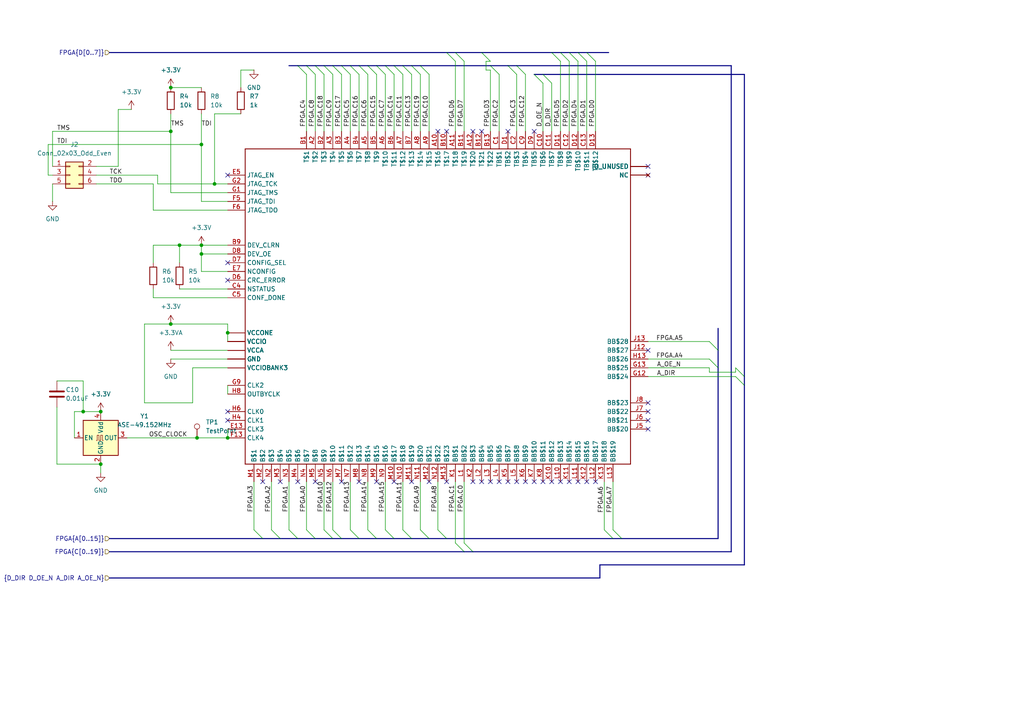
<source format=kicad_sch>
(kicad_sch
	(version 20250114)
	(generator "eeschema")
	(generator_version "9.0")
	(uuid "9c22b006-7b33-46aa-88cf-1f0762795dcd")
	(paper "A4")
	(lib_symbols
		(symbol "Connector:TestPoint"
			(pin_numbers
				(hide yes)
			)
			(pin_names
				(offset 0.762)
				(hide yes)
			)
			(exclude_from_sim no)
			(in_bom yes)
			(on_board yes)
			(property "Reference" "TP"
				(at 0 6.858 0)
				(effects
					(font
						(size 1.27 1.27)
					)
				)
			)
			(property "Value" "TestPoint"
				(at 0 5.08 0)
				(effects
					(font
						(size 1.27 1.27)
					)
				)
			)
			(property "Footprint" ""
				(at 5.08 0 0)
				(effects
					(font
						(size 1.27 1.27)
					)
					(hide yes)
				)
			)
			(property "Datasheet" "~"
				(at 5.08 0 0)
				(effects
					(font
						(size 1.27 1.27)
					)
					(hide yes)
				)
			)
			(property "Description" "test point"
				(at 0 0 0)
				(effects
					(font
						(size 1.27 1.27)
					)
					(hide yes)
				)
			)
			(property "ki_keywords" "test point tp"
				(at 0 0 0)
				(effects
					(font
						(size 1.27 1.27)
					)
					(hide yes)
				)
			)
			(property "ki_fp_filters" "Pin* Test*"
				(at 0 0 0)
				(effects
					(font
						(size 1.27 1.27)
					)
					(hide yes)
				)
			)
			(symbol "TestPoint_0_1"
				(circle
					(center 0 3.302)
					(radius 0.762)
					(stroke
						(width 0)
						(type default)
					)
					(fill
						(type none)
					)
				)
			)
			(symbol "TestPoint_1_1"
				(pin passive line
					(at 0 0 90)
					(length 2.54)
					(name "1"
						(effects
							(font
								(size 1.27 1.27)
							)
						)
					)
					(number "1"
						(effects
							(font
								(size 1.27 1.27)
							)
						)
					)
				)
			)
			(embedded_fonts no)
		)
		(symbol "Connector_Generic:Conn_02x03_Odd_Even"
			(pin_names
				(offset 1.016)
				(hide yes)
			)
			(exclude_from_sim no)
			(in_bom yes)
			(on_board yes)
			(property "Reference" "J"
				(at 1.27 5.08 0)
				(effects
					(font
						(size 1.27 1.27)
					)
				)
			)
			(property "Value" "Conn_02x03_Odd_Even"
				(at 1.27 -5.08 0)
				(effects
					(font
						(size 1.27 1.27)
					)
				)
			)
			(property "Footprint" ""
				(at 0 0 0)
				(effects
					(font
						(size 1.27 1.27)
					)
					(hide yes)
				)
			)
			(property "Datasheet" "~"
				(at 0 0 0)
				(effects
					(font
						(size 1.27 1.27)
					)
					(hide yes)
				)
			)
			(property "Description" "Generic connector, double row, 02x03, odd/even pin numbering scheme (row 1 odd numbers, row 2 even numbers), script generated (kicad-library-utils/schlib/autogen/connector/)"
				(at 0 0 0)
				(effects
					(font
						(size 1.27 1.27)
					)
					(hide yes)
				)
			)
			(property "ki_keywords" "connector"
				(at 0 0 0)
				(effects
					(font
						(size 1.27 1.27)
					)
					(hide yes)
				)
			)
			(property "ki_fp_filters" "Connector*:*_2x??_*"
				(at 0 0 0)
				(effects
					(font
						(size 1.27 1.27)
					)
					(hide yes)
				)
			)
			(symbol "Conn_02x03_Odd_Even_1_1"
				(rectangle
					(start -1.27 3.81)
					(end 3.81 -3.81)
					(stroke
						(width 0.254)
						(type default)
					)
					(fill
						(type background)
					)
				)
				(rectangle
					(start -1.27 2.667)
					(end 0 2.413)
					(stroke
						(width 0.1524)
						(type default)
					)
					(fill
						(type none)
					)
				)
				(rectangle
					(start -1.27 0.127)
					(end 0 -0.127)
					(stroke
						(width 0.1524)
						(type default)
					)
					(fill
						(type none)
					)
				)
				(rectangle
					(start -1.27 -2.413)
					(end 0 -2.667)
					(stroke
						(width 0.1524)
						(type default)
					)
					(fill
						(type none)
					)
				)
				(rectangle
					(start 3.81 2.667)
					(end 2.54 2.413)
					(stroke
						(width 0.1524)
						(type default)
					)
					(fill
						(type none)
					)
				)
				(rectangle
					(start 3.81 0.127)
					(end 2.54 -0.127)
					(stroke
						(width 0.1524)
						(type default)
					)
					(fill
						(type none)
					)
				)
				(rectangle
					(start 3.81 -2.413)
					(end 2.54 -2.667)
					(stroke
						(width 0.1524)
						(type default)
					)
					(fill
						(type none)
					)
				)
				(pin passive line
					(at -5.08 2.54 0)
					(length 3.81)
					(name "Pin_1"
						(effects
							(font
								(size 1.27 1.27)
							)
						)
					)
					(number "1"
						(effects
							(font
								(size 1.27 1.27)
							)
						)
					)
				)
				(pin passive line
					(at -5.08 0 0)
					(length 3.81)
					(name "Pin_3"
						(effects
							(font
								(size 1.27 1.27)
							)
						)
					)
					(number "3"
						(effects
							(font
								(size 1.27 1.27)
							)
						)
					)
				)
				(pin passive line
					(at -5.08 -2.54 0)
					(length 3.81)
					(name "Pin_5"
						(effects
							(font
								(size 1.27 1.27)
							)
						)
					)
					(number "5"
						(effects
							(font
								(size 1.27 1.27)
							)
						)
					)
				)
				(pin passive line
					(at 7.62 2.54 180)
					(length 3.81)
					(name "Pin_2"
						(effects
							(font
								(size 1.27 1.27)
							)
						)
					)
					(number "2"
						(effects
							(font
								(size 1.27 1.27)
							)
						)
					)
				)
				(pin passive line
					(at 7.62 0 180)
					(length 3.81)
					(name "Pin_4"
						(effects
							(font
								(size 1.27 1.27)
							)
						)
					)
					(number "4"
						(effects
							(font
								(size 1.27 1.27)
							)
						)
					)
				)
				(pin passive line
					(at 7.62 -2.54 180)
					(length 3.81)
					(name "Pin_6"
						(effects
							(font
								(size 1.27 1.27)
							)
						)
					)
					(number "6"
						(effects
							(font
								(size 1.27 1.27)
							)
						)
					)
				)
			)
			(embedded_fonts no)
		)
		(symbol "Device:C"
			(pin_numbers
				(hide yes)
			)
			(pin_names
				(offset 0.254)
			)
			(exclude_from_sim no)
			(in_bom yes)
			(on_board yes)
			(property "Reference" "C"
				(at 0.635 2.54 0)
				(effects
					(font
						(size 1.27 1.27)
					)
					(justify left)
				)
			)
			(property "Value" "C"
				(at 0.635 -2.54 0)
				(effects
					(font
						(size 1.27 1.27)
					)
					(justify left)
				)
			)
			(property "Footprint" ""
				(at 0.9652 -3.81 0)
				(effects
					(font
						(size 1.27 1.27)
					)
					(hide yes)
				)
			)
			(property "Datasheet" "~"
				(at 0 0 0)
				(effects
					(font
						(size 1.27 1.27)
					)
					(hide yes)
				)
			)
			(property "Description" "Unpolarized capacitor"
				(at 0 0 0)
				(effects
					(font
						(size 1.27 1.27)
					)
					(hide yes)
				)
			)
			(property "ki_keywords" "cap capacitor"
				(at 0 0 0)
				(effects
					(font
						(size 1.27 1.27)
					)
					(hide yes)
				)
			)
			(property "ki_fp_filters" "C_*"
				(at 0 0 0)
				(effects
					(font
						(size 1.27 1.27)
					)
					(hide yes)
				)
			)
			(symbol "C_0_1"
				(polyline
					(pts
						(xy -2.032 0.762) (xy 2.032 0.762)
					)
					(stroke
						(width 0.508)
						(type default)
					)
					(fill
						(type none)
					)
				)
				(polyline
					(pts
						(xy -2.032 -0.762) (xy 2.032 -0.762)
					)
					(stroke
						(width 0.508)
						(type default)
					)
					(fill
						(type none)
					)
				)
			)
			(symbol "C_1_1"
				(pin passive line
					(at 0 3.81 270)
					(length 2.794)
					(name "~"
						(effects
							(font
								(size 1.27 1.27)
							)
						)
					)
					(number "1"
						(effects
							(font
								(size 1.27 1.27)
							)
						)
					)
				)
				(pin passive line
					(at 0 -3.81 90)
					(length 2.794)
					(name "~"
						(effects
							(font
								(size 1.27 1.27)
							)
						)
					)
					(number "2"
						(effects
							(font
								(size 1.27 1.27)
							)
						)
					)
				)
			)
			(embedded_fonts no)
		)
		(symbol "Device:R"
			(pin_numbers
				(hide yes)
			)
			(pin_names
				(offset 0)
			)
			(exclude_from_sim no)
			(in_bom yes)
			(on_board yes)
			(property "Reference" "R"
				(at 2.032 0 90)
				(effects
					(font
						(size 1.27 1.27)
					)
				)
			)
			(property "Value" "R"
				(at 0 0 90)
				(effects
					(font
						(size 1.27 1.27)
					)
				)
			)
			(property "Footprint" ""
				(at -1.778 0 90)
				(effects
					(font
						(size 1.27 1.27)
					)
					(hide yes)
				)
			)
			(property "Datasheet" "~"
				(at 0 0 0)
				(effects
					(font
						(size 1.27 1.27)
					)
					(hide yes)
				)
			)
			(property "Description" "Resistor"
				(at 0 0 0)
				(effects
					(font
						(size 1.27 1.27)
					)
					(hide yes)
				)
			)
			(property "ki_keywords" "R res resistor"
				(at 0 0 0)
				(effects
					(font
						(size 1.27 1.27)
					)
					(hide yes)
				)
			)
			(property "ki_fp_filters" "R_*"
				(at 0 0 0)
				(effects
					(font
						(size 1.27 1.27)
					)
					(hide yes)
				)
			)
			(symbol "R_0_1"
				(rectangle
					(start -1.016 -2.54)
					(end 1.016 2.54)
					(stroke
						(width 0.254)
						(type default)
					)
					(fill
						(type none)
					)
				)
			)
			(symbol "R_1_1"
				(pin passive line
					(at 0 3.81 270)
					(length 1.27)
					(name "~"
						(effects
							(font
								(size 1.27 1.27)
							)
						)
					)
					(number "1"
						(effects
							(font
								(size 1.27 1.27)
							)
						)
					)
				)
				(pin passive line
					(at 0 -3.81 90)
					(length 1.27)
					(name "~"
						(effects
							(font
								(size 1.27 1.27)
							)
						)
					)
					(number "2"
						(effects
							(font
								(size 1.27 1.27)
							)
						)
					)
				)
			)
			(embedded_fonts no)
		)
		(symbol "Oscillator:ASE-xxxMHz"
			(pin_names
				(offset 0.254)
			)
			(exclude_from_sim no)
			(in_bom yes)
			(on_board yes)
			(property "Reference" "Y"
				(at -5.08 6.35 0)
				(effects
					(font
						(size 1.27 1.27)
					)
					(justify left)
				)
			)
			(property "Value" "ASE-xxxMHz"
				(at 1.27 -6.35 0)
				(effects
					(font
						(size 1.27 1.27)
					)
					(justify left)
				)
			)
			(property "Footprint" "Oscillator:Oscillator_SMD_Abracon_ASE-4Pin_3.2x2.5mm"
				(at 17.78 -8.89 0)
				(effects
					(font
						(size 1.27 1.27)
					)
					(hide yes)
				)
			)
			(property "Datasheet" "http://www.abracon.com/Oscillators/ASV.pdf"
				(at -2.54 0 0)
				(effects
					(font
						(size 1.27 1.27)
					)
					(hide yes)
				)
			)
			(property "Description" "3.3V CMOS SMD Crystal Clock Oscillator, Abracon"
				(at 0 0 0)
				(effects
					(font
						(size 1.27 1.27)
					)
					(hide yes)
				)
			)
			(property "ki_keywords" "3.3V CMOS SMD Crystal Clock Oscillator"
				(at 0 0 0)
				(effects
					(font
						(size 1.27 1.27)
					)
					(hide yes)
				)
			)
			(property "ki_fp_filters" "Oscillator*SMD*Abracon*ASE*3.2x2.5mm*"
				(at 0 0 0)
				(effects
					(font
						(size 1.27 1.27)
					)
					(hide yes)
				)
			)
			(symbol "ASE-xxxMHz_0_1"
				(rectangle
					(start -5.08 5.08)
					(end 5.08 -5.08)
					(stroke
						(width 0.254)
						(type default)
					)
					(fill
						(type background)
					)
				)
				(polyline
					(pts
						(xy -1.27 -0.762) (xy -1.016 -0.762) (xy -1.016 0.762) (xy -0.508 0.762) (xy -0.508 -0.762) (xy 0 -0.762)
						(xy 0 0.762) (xy 0.508 0.762) (xy 0.508 -0.762) (xy 0.762 -0.762)
					)
					(stroke
						(width 0)
						(type default)
					)
					(fill
						(type none)
					)
				)
			)
			(symbol "ASE-xxxMHz_1_1"
				(pin input line
					(at -7.62 0 0)
					(length 2.54)
					(name "EN"
						(effects
							(font
								(size 1.27 1.27)
							)
						)
					)
					(number "1"
						(effects
							(font
								(size 1.27 1.27)
							)
						)
					)
				)
				(pin power_in line
					(at 0 7.62 270)
					(length 2.54)
					(name "Vdd"
						(effects
							(font
								(size 1.27 1.27)
							)
						)
					)
					(number "4"
						(effects
							(font
								(size 1.27 1.27)
							)
						)
					)
				)
				(pin power_in line
					(at 0 -7.62 90)
					(length 2.54)
					(name "GND"
						(effects
							(font
								(size 1.27 1.27)
							)
						)
					)
					(number "2"
						(effects
							(font
								(size 1.27 1.27)
							)
						)
					)
				)
				(pin output line
					(at 7.62 0 180)
					(length 2.54)
					(name "OUT"
						(effects
							(font
								(size 1.27 1.27)
							)
						)
					)
					(number "3"
						(effects
							(font
								(size 1.27 1.27)
							)
						)
					)
				)
			)
			(embedded_fonts no)
		)
		(symbol "max10u169:MAX10"
			(exclude_from_sim no)
			(in_bom yes)
			(on_board yes)
			(property "Reference" ""
				(at 0 0 0)
				(effects
					(font
						(size 1.27 1.27)
					)
					(hide yes)
				)
			)
			(property "Value" ""
				(at 0 0 0)
				(effects
					(font
						(size 1.27 1.27)
					)
					(hide yes)
				)
			)
			(property "Footprint" "max10:U169SMALL"
				(at 0 0 0)
				(effects
					(font
						(size 1.27 1.27)
					)
					(hide yes)
				)
			)
			(property "Datasheet" ""
				(at 0 0 0)
				(effects
					(font
						(size 1.27 1.27)
					)
					(hide yes)
				)
			)
			(property "Description" ""
				(at 0 0 0)
				(effects
					(font
						(size 1.27 1.27)
					)
					(hide yes)
				)
			)
			(property "ki_locked" ""
				(at 0 0 0)
				(effects
					(font
						(size 1.27 1.27)
					)
				)
			)
			(symbol "MAX10_1_0"
				(polyline
					(pts
						(xy -68.58 38.1) (xy 43.18 38.1)
					)
					(stroke
						(width 0.254)
						(type solid)
					)
					(fill
						(type none)
					)
				)
				(polyline
					(pts
						(xy -68.58 -53.34) (xy -68.58 38.1)
					)
					(stroke
						(width 0.254)
						(type solid)
					)
					(fill
						(type none)
					)
				)
				(polyline
					(pts
						(xy 43.18 38.1) (xy 43.18 -53.34)
					)
					(stroke
						(width 0.254)
						(type solid)
					)
					(fill
						(type none)
					)
				)
				(polyline
					(pts
						(xy 43.18 -53.34) (xy -68.58 -53.34)
					)
					(stroke
						(width 0.254)
						(type solid)
					)
					(fill
						(type none)
					)
				)
				(pin bidirectional line
					(at -73.66 30.48 0)
					(length 5.08)
					(name "JTAG_EN"
						(effects
							(font
								(size 1.27 1.27)
							)
						)
					)
					(number "E5"
						(effects
							(font
								(size 1.27 1.27)
							)
						)
					)
				)
				(pin bidirectional line
					(at -73.66 27.94 0)
					(length 5.08)
					(name "JTAG_TCK"
						(effects
							(font
								(size 1.27 1.27)
							)
						)
					)
					(number "G2"
						(effects
							(font
								(size 1.27 1.27)
							)
						)
					)
				)
				(pin bidirectional line
					(at -73.66 25.4 0)
					(length 5.08)
					(name "JTAG_TMS"
						(effects
							(font
								(size 1.27 1.27)
							)
						)
					)
					(number "G1"
						(effects
							(font
								(size 1.27 1.27)
							)
						)
					)
				)
				(pin bidirectional line
					(at -73.66 22.86 0)
					(length 5.08)
					(name "JTAG_TDI"
						(effects
							(font
								(size 1.27 1.27)
							)
						)
					)
					(number "F5"
						(effects
							(font
								(size 1.27 1.27)
							)
						)
					)
				)
				(pin bidirectional line
					(at -73.66 20.32 0)
					(length 5.08)
					(name "JTAG_TDO"
						(effects
							(font
								(size 1.27 1.27)
							)
						)
					)
					(number "F6"
						(effects
							(font
								(size 1.27 1.27)
							)
						)
					)
				)
				(pin bidirectional line
					(at -73.66 10.16 0)
					(length 5.08)
					(name "DEV_CLRN"
						(effects
							(font
								(size 1.27 1.27)
							)
						)
					)
					(number "B9"
						(effects
							(font
								(size 1.27 1.27)
							)
						)
					)
				)
				(pin bidirectional line
					(at -73.66 7.62 0)
					(length 5.08)
					(name "DEV_OE"
						(effects
							(font
								(size 1.27 1.27)
							)
						)
					)
					(number "D8"
						(effects
							(font
								(size 1.27 1.27)
							)
						)
					)
				)
				(pin bidirectional line
					(at -73.66 5.08 0)
					(length 5.08)
					(name "CONFIG_SEL"
						(effects
							(font
								(size 1.27 1.27)
							)
						)
					)
					(number "D7"
						(effects
							(font
								(size 1.27 1.27)
							)
						)
					)
				)
				(pin bidirectional line
					(at -73.66 2.54 0)
					(length 5.08)
					(name "NCONFIG"
						(effects
							(font
								(size 1.27 1.27)
							)
						)
					)
					(number "E7"
						(effects
							(font
								(size 1.27 1.27)
							)
						)
					)
				)
				(pin bidirectional line
					(at -73.66 0 0)
					(length 5.08)
					(name "CRC_ERROR"
						(effects
							(font
								(size 1.27 1.27)
							)
						)
					)
					(number "D6"
						(effects
							(font
								(size 1.27 1.27)
							)
						)
					)
				)
				(pin bidirectional line
					(at -73.66 -2.54 0)
					(length 5.08)
					(name "NSTATUS"
						(effects
							(font
								(size 1.27 1.27)
							)
						)
					)
					(number "C4"
						(effects
							(font
								(size 1.27 1.27)
							)
						)
					)
				)
				(pin bidirectional line
					(at -73.66 -5.08 0)
					(length 5.08)
					(name "CONF_DONE"
						(effects
							(font
								(size 1.27 1.27)
							)
						)
					)
					(number "C5"
						(effects
							(font
								(size 1.27 1.27)
							)
						)
					)
				)
				(pin power_in line
					(at -73.66 -15.24 0)
					(length 5.08)
					(name "VCCONE"
						(effects
							(font
								(size 1.27 1.27)
							)
						)
					)
					(number "F7"
						(effects
							(font
								(size 0 0)
							)
						)
					)
				)
				(pin power_in line
					(at -73.66 -15.24 0)
					(length 5.08)
					(name "VCCONE"
						(effects
							(font
								(size 1.27 1.27)
							)
						)
					)
					(number "G6"
						(effects
							(font
								(size 0 0)
							)
						)
					)
				)
				(pin power_in line
					(at -73.66 -15.24 0)
					(length 5.08)
					(name "VCCONE"
						(effects
							(font
								(size 1.27 1.27)
							)
						)
					)
					(number "G8"
						(effects
							(font
								(size 0 0)
							)
						)
					)
				)
				(pin power_in line
					(at -73.66 -15.24 0)
					(length 5.08)
					(name "VCCONE"
						(effects
							(font
								(size 1.27 1.27)
							)
						)
					)
					(number "H7"
						(effects
							(font
								(size 0 0)
							)
						)
					)
				)
				(pin power_in line
					(at -73.66 -17.78 0)
					(length 5.08)
					(name "VCCIO"
						(effects
							(font
								(size 1.27 1.27)
							)
						)
					)
					(number "C6"
						(effects
							(font
								(size 0 0)
							)
						)
					)
				)
				(pin power_in line
					(at -73.66 -17.78 0)
					(length 5.08)
					(name "VCCIO"
						(effects
							(font
								(size 1.27 1.27)
							)
						)
					)
					(number "C7"
						(effects
							(font
								(size 0 0)
							)
						)
					)
				)
				(pin power_in line
					(at -73.66 -17.78 0)
					(length 5.08)
					(name "VCCIO"
						(effects
							(font
								(size 1.27 1.27)
							)
						)
					)
					(number "C8"
						(effects
							(font
								(size 0 0)
							)
						)
					)
				)
				(pin power_in line
					(at -73.66 -17.78 0)
					(length 5.08)
					(name "VCCIO"
						(effects
							(font
								(size 1.27 1.27)
							)
						)
					)
					(number "F11"
						(effects
							(font
								(size 0 0)
							)
						)
					)
				)
				(pin power_in line
					(at -73.66 -17.78 0)
					(length 5.08)
					(name "VCCIO"
						(effects
							(font
								(size 1.27 1.27)
							)
						)
					)
					(number "F2"
						(effects
							(font
								(size 0 0)
							)
						)
					)
				)
				(pin power_in line
					(at -73.66 -17.78 0)
					(length 5.08)
					(name "VCCIO"
						(effects
							(font
								(size 1.27 1.27)
							)
						)
					)
					(number "G11"
						(effects
							(font
								(size 0 0)
							)
						)
					)
				)
				(pin power_in line
					(at -73.66 -17.78 0)
					(length 5.08)
					(name "VCCIO"
						(effects
							(font
								(size 1.27 1.27)
							)
						)
					)
					(number "G3"
						(effects
							(font
								(size 0 0)
							)
						)
					)
				)
				(pin power_in line
					(at -73.66 -17.78 0)
					(length 5.08)
					(name "VCCIO"
						(effects
							(font
								(size 1.27 1.27)
							)
						)
					)
					(number "H11"
						(effects
							(font
								(size 0 0)
							)
						)
					)
				)
				(pin power_in line
					(at -73.66 -17.78 0)
					(length 5.08)
					(name "VCCIO"
						(effects
							(font
								(size 1.27 1.27)
							)
						)
					)
					(number "J11"
						(effects
							(font
								(size 0 0)
							)
						)
					)
				)
				(pin power_in line
					(at -73.66 -17.78 0)
					(length 5.08)
					(name "VCCIO"
						(effects
							(font
								(size 1.27 1.27)
							)
						)
					)
					(number "J3"
						(effects
							(font
								(size 0 0)
							)
						)
					)
				)
				(pin power_in line
					(at -73.66 -17.78 0)
					(length 5.08)
					(name "VCCIO"
						(effects
							(font
								(size 1.27 1.27)
							)
						)
					)
					(number "K3"
						(effects
							(font
								(size 0 0)
							)
						)
					)
				)
				(pin power_in line
					(at -73.66 -20.32 0)
					(length 5.08)
					(name "VCCA"
						(effects
							(font
								(size 1.27 1.27)
							)
						)
					)
					(number "D10"
						(effects
							(font
								(size 0 0)
							)
						)
					)
				)
				(pin power_in line
					(at -73.66 -20.32 0)
					(length 5.08)
					(name "VCCA"
						(effects
							(font
								(size 1.27 1.27)
							)
						)
					)
					(number "D4"
						(effects
							(font
								(size 0 0)
							)
						)
					)
				)
				(pin power_in line
					(at -73.66 -20.32 0)
					(length 5.08)
					(name "VCCA"
						(effects
							(font
								(size 1.27 1.27)
							)
						)
					)
					(number "K4"
						(effects
							(font
								(size 0 0)
							)
						)
					)
				)
				(pin power_in line
					(at -73.66 -20.32 0)
					(length 5.08)
					(name "VCCA"
						(effects
							(font
								(size 1.27 1.27)
							)
						)
					)
					(number "K9"
						(effects
							(font
								(size 0 0)
							)
						)
					)
				)
				(pin power_in line
					(at -73.66 -22.86 0)
					(length 5.08)
					(name "GND"
						(effects
							(font
								(size 1.27 1.27)
							)
						)
					)
					(number "A1"
						(effects
							(font
								(size 0 0)
							)
						)
					)
				)
				(pin power_in line
					(at -73.66 -22.86 0)
					(length 5.08)
					(name "GND"
						(effects
							(font
								(size 1.27 1.27)
							)
						)
					)
					(number "A13"
						(effects
							(font
								(size 0 0)
							)
						)
					)
				)
				(pin power_in line
					(at -73.66 -22.86 0)
					(length 5.08)
					(name "GND"
						(effects
							(font
								(size 1.27 1.27)
							)
						)
					)
					(number "B8"
						(effects
							(font
								(size 0 0)
							)
						)
					)
				)
				(pin power_in line
					(at -73.66 -22.86 0)
					(length 5.08)
					(name "GND"
						(effects
							(font
								(size 1.27 1.27)
							)
						)
					)
					(number "C3"
						(effects
							(font
								(size 0 0)
							)
						)
					)
				)
				(pin power_in line
					(at -73.66 -22.86 0)
					(length 5.08)
					(name "GND"
						(effects
							(font
								(size 1.27 1.27)
							)
						)
					)
					(number "D5"
						(effects
							(font
								(size 0 0)
							)
						)
					)
				)
				(pin power_in line
					(at -73.66 -22.86 0)
					(length 5.08)
					(name "GND"
						(effects
							(font
								(size 1.27 1.27)
							)
						)
					)
					(number "E11"
						(effects
							(font
								(size 0 0)
							)
						)
					)
				)
				(pin power_in line
					(at -73.66 -22.86 0)
					(length 5.08)
					(name "GND"
						(effects
							(font
								(size 1.27 1.27)
							)
						)
					)
					(number "F3"
						(effects
							(font
								(size 0 0)
							)
						)
					)
				)
				(pin power_in line
					(at -73.66 -22.86 0)
					(length 5.08)
					(name "GND"
						(effects
							(font
								(size 1.27 1.27)
							)
						)
					)
					(number "G7"
						(effects
							(font
								(size 0 0)
							)
						)
					)
				)
				(pin power_in line
					(at -73.66 -22.86 0)
					(length 5.08)
					(name "GND"
						(effects
							(font
								(size 1.27 1.27)
							)
						)
					)
					(number "H12"
						(effects
							(font
								(size 0 0)
							)
						)
					)
				)
				(pin power_in line
					(at -73.66 -22.86 0)
					(length 5.08)
					(name "GND"
						(effects
							(font
								(size 1.27 1.27)
							)
						)
					)
					(number "J4"
						(effects
							(font
								(size 0 0)
							)
						)
					)
				)
				(pin power_in line
					(at -73.66 -22.86 0)
					(length 5.08)
					(name "GND"
						(effects
							(font
								(size 1.27 1.27)
							)
						)
					)
					(number "L9"
						(effects
							(font
								(size 0 0)
							)
						)
					)
				)
				(pin power_in line
					(at -73.66 -22.86 0)
					(length 5.08)
					(name "GND"
						(effects
							(font
								(size 1.27 1.27)
							)
						)
					)
					(number "M6"
						(effects
							(font
								(size 0 0)
							)
						)
					)
				)
				(pin power_in line
					(at -73.66 -22.86 0)
					(length 5.08)
					(name "GND"
						(effects
							(font
								(size 1.27 1.27)
							)
						)
					)
					(number "N1"
						(effects
							(font
								(size 0 0)
							)
						)
					)
				)
				(pin power_in line
					(at -73.66 -22.86 0)
					(length 5.08)
					(name "GND"
						(effects
							(font
								(size 1.27 1.27)
							)
						)
					)
					(number "N13"
						(effects
							(font
								(size 0 0)
							)
						)
					)
				)
				(pin power_in line
					(at -73.66 -25.4 0)
					(length 5.08)
					(name "VCCIOBANK3"
						(effects
							(font
								(size 1.27 1.27)
							)
						)
					)
					(number "L6"
						(effects
							(font
								(size 0 0)
							)
						)
					)
				)
				(pin power_in line
					(at -73.66 -25.4 0)
					(length 5.08)
					(name "VCCIOBANK3"
						(effects
							(font
								(size 1.27 1.27)
							)
						)
					)
					(number "L7"
						(effects
							(font
								(size 0 0)
							)
						)
					)
				)
				(pin power_in line
					(at -73.66 -25.4 0)
					(length 5.08)
					(name "VCCIOBANK3"
						(effects
							(font
								(size 1.27 1.27)
							)
						)
					)
					(number "L8"
						(effects
							(font
								(size 0 0)
							)
						)
					)
				)
				(pin bidirectional line
					(at -73.66 -30.48 0)
					(length 5.08)
					(name "CLK2"
						(effects
							(font
								(size 1.27 1.27)
							)
						)
					)
					(number "G9"
						(effects
							(font
								(size 1.27 1.27)
							)
						)
					)
				)
				(pin bidirectional line
					(at -73.66 -33.02 0)
					(length 5.08)
					(name "OUTBYCLK"
						(effects
							(font
								(size 1.27 1.27)
							)
						)
					)
					(number "H8"
						(effects
							(font
								(size 1.27 1.27)
							)
						)
					)
				)
				(pin bidirectional line
					(at -73.66 -38.1 0)
					(length 5.08)
					(name "CLK0"
						(effects
							(font
								(size 1.27 1.27)
							)
						)
					)
					(number "H6"
						(effects
							(font
								(size 1.27 1.27)
							)
						)
					)
				)
				(pin bidirectional line
					(at -73.66 -40.64 0)
					(length 5.08)
					(name "CLK1"
						(effects
							(font
								(size 1.27 1.27)
							)
						)
					)
					(number "H4"
						(effects
							(font
								(size 1.27 1.27)
							)
						)
					)
				)
				(pin bidirectional line
					(at -73.66 -43.18 0)
					(length 5.08)
					(name "CLK3"
						(effects
							(font
								(size 1.27 1.27)
							)
						)
					)
					(number "E13"
						(effects
							(font
								(size 1.27 1.27)
							)
						)
					)
				)
				(pin bidirectional line
					(at -73.66 -45.72 0)
					(length 5.08)
					(name "CLK4"
						(effects
							(font
								(size 1.27 1.27)
							)
						)
					)
					(number "F13"
						(effects
							(font
								(size 1.27 1.27)
							)
						)
					)
				)
				(pin bidirectional line
					(at -66.04 -58.42 90)
					(length 5.08)
					(name "B$1"
						(effects
							(font
								(size 1.27 1.27)
							)
						)
					)
					(number "M1"
						(effects
							(font
								(size 1.27 1.27)
							)
						)
					)
				)
				(pin bidirectional line
					(at -63.5 -58.42 90)
					(length 5.08)
					(name "B$2"
						(effects
							(font
								(size 1.27 1.27)
							)
						)
					)
					(number "M2"
						(effects
							(font
								(size 1.27 1.27)
							)
						)
					)
				)
				(pin bidirectional line
					(at -60.96 -58.42 90)
					(length 5.08)
					(name "B$3"
						(effects
							(font
								(size 1.27 1.27)
							)
						)
					)
					(number "N2"
						(effects
							(font
								(size 1.27 1.27)
							)
						)
					)
				)
				(pin bidirectional line
					(at -58.42 -58.42 90)
					(length 5.08)
					(name "B$4"
						(effects
							(font
								(size 1.27 1.27)
							)
						)
					)
					(number "M3"
						(effects
							(font
								(size 1.27 1.27)
							)
						)
					)
				)
				(pin bidirectional line
					(at -55.88 -58.42 90)
					(length 5.08)
					(name "B$5"
						(effects
							(font
								(size 1.27 1.27)
							)
						)
					)
					(number "N3"
						(effects
							(font
								(size 1.27 1.27)
							)
						)
					)
				)
				(pin bidirectional line
					(at -53.34 -58.42 90)
					(length 5.08)
					(name "B$6"
						(effects
							(font
								(size 1.27 1.27)
							)
						)
					)
					(number "M4"
						(effects
							(font
								(size 1.27 1.27)
							)
						)
					)
				)
				(pin bidirectional line
					(at -50.8 43.18 270)
					(length 5.08)
					(name "T$1"
						(effects
							(font
								(size 1.27 1.27)
							)
						)
					)
					(number "B1"
						(effects
							(font
								(size 1.27 1.27)
							)
						)
					)
				)
				(pin bidirectional line
					(at -50.8 -58.42 90)
					(length 5.08)
					(name "B$7"
						(effects
							(font
								(size 1.27 1.27)
							)
						)
					)
					(number "N4"
						(effects
							(font
								(size 1.27 1.27)
							)
						)
					)
				)
				(pin bidirectional line
					(at -48.26 43.18 270)
					(length 5.08)
					(name "T$2"
						(effects
							(font
								(size 1.27 1.27)
							)
						)
					)
					(number "A2"
						(effects
							(font
								(size 1.27 1.27)
							)
						)
					)
				)
				(pin bidirectional line
					(at -48.26 -58.42 90)
					(length 5.08)
					(name "B$8"
						(effects
							(font
								(size 1.27 1.27)
							)
						)
					)
					(number "M5"
						(effects
							(font
								(size 1.27 1.27)
							)
						)
					)
				)
				(pin bidirectional line
					(at -45.72 43.18 270)
					(length 5.08)
					(name "T$3"
						(effects
							(font
								(size 1.27 1.27)
							)
						)
					)
					(number "B2"
						(effects
							(font
								(size 1.27 1.27)
							)
						)
					)
				)
				(pin bidirectional line
					(at -45.72 -58.42 90)
					(length 5.08)
					(name "B$9"
						(effects
							(font
								(size 1.27 1.27)
							)
						)
					)
					(number "N5"
						(effects
							(font
								(size 1.27 1.27)
							)
						)
					)
				)
				(pin bidirectional line
					(at -43.18 43.18 270)
					(length 5.08)
					(name "T$4"
						(effects
							(font
								(size 1.27 1.27)
							)
						)
					)
					(number "A3"
						(effects
							(font
								(size 1.27 1.27)
							)
						)
					)
				)
				(pin bidirectional line
					(at -43.18 -58.42 90)
					(length 5.08)
					(name "B$10"
						(effects
							(font
								(size 1.27 1.27)
							)
						)
					)
					(number "N6"
						(effects
							(font
								(size 1.27 1.27)
							)
						)
					)
				)
				(pin bidirectional line
					(at -40.64 43.18 270)
					(length 5.08)
					(name "T$5"
						(effects
							(font
								(size 1.27 1.27)
							)
						)
					)
					(number "B3"
						(effects
							(font
								(size 1.27 1.27)
							)
						)
					)
				)
				(pin bidirectional line
					(at -40.64 -58.42 90)
					(length 5.08)
					(name "B$11"
						(effects
							(font
								(size 1.27 1.27)
							)
						)
					)
					(number "M7"
						(effects
							(font
								(size 1.27 1.27)
							)
						)
					)
				)
				(pin bidirectional line
					(at -38.1 43.18 270)
					(length 5.08)
					(name "T$6"
						(effects
							(font
								(size 1.27 1.27)
							)
						)
					)
					(number "A4"
						(effects
							(font
								(size 1.27 1.27)
							)
						)
					)
				)
				(pin bidirectional line
					(at -38.1 -58.42 90)
					(length 5.08)
					(name "B$12"
						(effects
							(font
								(size 1.27 1.27)
							)
						)
					)
					(number "N7"
						(effects
							(font
								(size 1.27 1.27)
							)
						)
					)
				)
				(pin bidirectional line
					(at -35.56 43.18 270)
					(length 5.08)
					(name "T$7"
						(effects
							(font
								(size 1.27 1.27)
							)
						)
					)
					(number "B4"
						(effects
							(font
								(size 1.27 1.27)
							)
						)
					)
				)
				(pin bidirectional line
					(at -35.56 -58.42 90)
					(length 5.08)
					(name "B$13"
						(effects
							(font
								(size 1.27 1.27)
							)
						)
					)
					(number "M8"
						(effects
							(font
								(size 1.27 1.27)
							)
						)
					)
				)
				(pin bidirectional line
					(at -33.02 43.18 270)
					(length 5.08)
					(name "T$8"
						(effects
							(font
								(size 1.27 1.27)
							)
						)
					)
					(number "A5"
						(effects
							(font
								(size 1.27 1.27)
							)
						)
					)
				)
				(pin bidirectional line
					(at -33.02 -58.42 90)
					(length 5.08)
					(name "B$14"
						(effects
							(font
								(size 1.27 1.27)
							)
						)
					)
					(number "N8"
						(effects
							(font
								(size 1.27 1.27)
							)
						)
					)
				)
				(pin bidirectional line
					(at -30.48 43.18 270)
					(length 5.08)
					(name "T$9"
						(effects
							(font
								(size 1.27 1.27)
							)
						)
					)
					(number "B5"
						(effects
							(font
								(size 1.27 1.27)
							)
						)
					)
				)
				(pin bidirectional line
					(at -30.48 -58.42 90)
					(length 5.08)
					(name "B$15"
						(effects
							(font
								(size 1.27 1.27)
							)
						)
					)
					(number "M9"
						(effects
							(font
								(size 1.27 1.27)
							)
						)
					)
				)
				(pin bidirectional line
					(at -27.94 43.18 270)
					(length 5.08)
					(name "T$10"
						(effects
							(font
								(size 1.27 1.27)
							)
						)
					)
					(number "A6"
						(effects
							(font
								(size 1.27 1.27)
							)
						)
					)
				)
				(pin bidirectional line
					(at -27.94 -58.42 90)
					(length 5.08)
					(name "B$16"
						(effects
							(font
								(size 1.27 1.27)
							)
						)
					)
					(number "N9"
						(effects
							(font
								(size 1.27 1.27)
							)
						)
					)
				)
				(pin bidirectional line
					(at -25.4 43.18 270)
					(length 5.08)
					(name "T$11"
						(effects
							(font
								(size 1.27 1.27)
							)
						)
					)
					(number "B6"
						(effects
							(font
								(size 1.27 1.27)
							)
						)
					)
				)
				(pin bidirectional line
					(at -25.4 -58.42 90)
					(length 5.08)
					(name "B$17"
						(effects
							(font
								(size 1.27 1.27)
							)
						)
					)
					(number "M10"
						(effects
							(font
								(size 1.27 1.27)
							)
						)
					)
				)
				(pin bidirectional line
					(at -22.86 43.18 270)
					(length 5.08)
					(name "T$12"
						(effects
							(font
								(size 1.27 1.27)
							)
						)
					)
					(number "A7"
						(effects
							(font
								(size 1.27 1.27)
							)
						)
					)
				)
				(pin bidirectional line
					(at -22.86 -58.42 90)
					(length 5.08)
					(name "B$18"
						(effects
							(font
								(size 1.27 1.27)
							)
						)
					)
					(number "N10"
						(effects
							(font
								(size 1.27 1.27)
							)
						)
					)
				)
				(pin bidirectional line
					(at -20.32 43.18 270)
					(length 5.08)
					(name "T$13"
						(effects
							(font
								(size 1.27 1.27)
							)
						)
					)
					(number "B7"
						(effects
							(font
								(size 1.27 1.27)
							)
						)
					)
				)
				(pin bidirectional line
					(at -20.32 -58.42 90)
					(length 5.08)
					(name "B$19"
						(effects
							(font
								(size 1.27 1.27)
							)
						)
					)
					(number "M11"
						(effects
							(font
								(size 1.27 1.27)
							)
						)
					)
				)
				(pin bidirectional line
					(at -17.78 43.18 270)
					(length 5.08)
					(name "T$14"
						(effects
							(font
								(size 1.27 1.27)
							)
						)
					)
					(number "A8"
						(effects
							(font
								(size 1.27 1.27)
							)
						)
					)
				)
				(pin bidirectional line
					(at -17.78 -58.42 90)
					(length 5.08)
					(name "B$20"
						(effects
							(font
								(size 1.27 1.27)
							)
						)
					)
					(number "N11"
						(effects
							(font
								(size 1.27 1.27)
							)
						)
					)
				)
				(pin bidirectional line
					(at -15.24 43.18 270)
					(length 5.08)
					(name "T$15"
						(effects
							(font
								(size 1.27 1.27)
							)
						)
					)
					(number "A9"
						(effects
							(font
								(size 1.27 1.27)
							)
						)
					)
				)
				(pin bidirectional line
					(at -15.24 -58.42 90)
					(length 5.08)
					(name "B$21"
						(effects
							(font
								(size 1.27 1.27)
							)
						)
					)
					(number "M12"
						(effects
							(font
								(size 1.27 1.27)
							)
						)
					)
				)
				(pin bidirectional line
					(at -12.7 43.18 270)
					(length 5.08)
					(name "T$16"
						(effects
							(font
								(size 1.27 1.27)
							)
						)
					)
					(number "A10"
						(effects
							(font
								(size 1.27 1.27)
							)
						)
					)
				)
				(pin bidirectional line
					(at -12.7 -58.42 90)
					(length 5.08)
					(name "B$22"
						(effects
							(font
								(size 1.27 1.27)
							)
						)
					)
					(number "N12"
						(effects
							(font
								(size 1.27 1.27)
							)
						)
					)
				)
				(pin bidirectional line
					(at -10.16 43.18 270)
					(length 5.08)
					(name "T$17"
						(effects
							(font
								(size 1.27 1.27)
							)
						)
					)
					(number "B10"
						(effects
							(font
								(size 1.27 1.27)
							)
						)
					)
				)
				(pin bidirectional line
					(at -10.16 -58.42 90)
					(length 5.08)
					(name "B$23"
						(effects
							(font
								(size 1.27 1.27)
							)
						)
					)
					(number "M13"
						(effects
							(font
								(size 1.27 1.27)
							)
						)
					)
				)
				(pin bidirectional line
					(at -7.62 43.18 270)
					(length 5.08)
					(name "T$18"
						(effects
							(font
								(size 1.27 1.27)
							)
						)
					)
					(number "A11"
						(effects
							(font
								(size 1.27 1.27)
							)
						)
					)
				)
				(pin bidirectional line
					(at -7.62 -58.42 90)
					(length 5.08)
					(name "BB$1"
						(effects
							(font
								(size 1.27 1.27)
							)
						)
					)
					(number "K1"
						(effects
							(font
								(size 1.27 1.27)
							)
						)
					)
				)
				(pin bidirectional line
					(at -5.08 43.18 270)
					(length 5.08)
					(name "T$19"
						(effects
							(font
								(size 1.27 1.27)
							)
						)
					)
					(number "B11"
						(effects
							(font
								(size 1.27 1.27)
							)
						)
					)
				)
				(pin bidirectional line
					(at -5.08 -58.42 90)
					(length 5.08)
					(name "BB$2"
						(effects
							(font
								(size 1.27 1.27)
							)
						)
					)
					(number "L1"
						(effects
							(font
								(size 1.27 1.27)
							)
						)
					)
				)
				(pin bidirectional line
					(at -2.54 43.18 270)
					(length 5.08)
					(name "T$20"
						(effects
							(font
								(size 1.27 1.27)
							)
						)
					)
					(number "A12"
						(effects
							(font
								(size 1.27 1.27)
							)
						)
					)
				)
				(pin bidirectional line
					(at -2.54 -58.42 90)
					(length 5.08)
					(name "BB$3"
						(effects
							(font
								(size 1.27 1.27)
							)
						)
					)
					(number "K2"
						(effects
							(font
								(size 1.27 1.27)
							)
						)
					)
				)
				(pin bidirectional line
					(at 0 43.18 270)
					(length 5.08)
					(name "T$21"
						(effects
							(font
								(size 1.27 1.27)
							)
						)
					)
					(number "B12"
						(effects
							(font
								(size 1.27 1.27)
							)
						)
					)
				)
				(pin bidirectional line
					(at 0 -58.42 90)
					(length 5.08)
					(name "BB$4"
						(effects
							(font
								(size 1.27 1.27)
							)
						)
					)
					(number "L2"
						(effects
							(font
								(size 1.27 1.27)
							)
						)
					)
				)
				(pin bidirectional line
					(at 2.54 43.18 270)
					(length 5.08)
					(name "T$22"
						(effects
							(font
								(size 1.27 1.27)
							)
						)
					)
					(number "B13"
						(effects
							(font
								(size 1.27 1.27)
							)
						)
					)
				)
				(pin bidirectional line
					(at 2.54 -58.42 90)
					(length 5.08)
					(name "BB$5"
						(effects
							(font
								(size 1.27 1.27)
							)
						)
					)
					(number "L3"
						(effects
							(font
								(size 1.27 1.27)
							)
						)
					)
				)
				(pin bidirectional line
					(at 5.08 43.18 270)
					(length 5.08)
					(name "TB$1"
						(effects
							(font
								(size 1.27 1.27)
							)
						)
					)
					(number "C1"
						(effects
							(font
								(size 1.27 1.27)
							)
						)
					)
				)
				(pin bidirectional line
					(at 5.08 -58.42 90)
					(length 5.08)
					(name "BB$6"
						(effects
							(font
								(size 1.27 1.27)
							)
						)
					)
					(number "L4"
						(effects
							(font
								(size 1.27 1.27)
							)
						)
					)
				)
				(pin bidirectional line
					(at 7.62 43.18 270)
					(length 5.08)
					(name "TB$2"
						(effects
							(font
								(size 1.27 1.27)
							)
						)
					)
					(number "D1"
						(effects
							(font
								(size 1.27 1.27)
							)
						)
					)
				)
				(pin bidirectional line
					(at 7.62 -58.42 90)
					(length 5.08)
					(name "BB$7"
						(effects
							(font
								(size 1.27 1.27)
							)
						)
					)
					(number "K5"
						(effects
							(font
								(size 1.27 1.27)
							)
						)
					)
				)
				(pin bidirectional line
					(at 10.16 43.18 270)
					(length 5.08)
					(name "TB$3"
						(effects
							(font
								(size 1.27 1.27)
							)
						)
					)
					(number "C2"
						(effects
							(font
								(size 1.27 1.27)
							)
						)
					)
				)
				(pin bidirectional line
					(at 10.16 -58.42 90)
					(length 5.08)
					(name "BB$8"
						(effects
							(font
								(size 1.27 1.27)
							)
						)
					)
					(number "L5"
						(effects
							(font
								(size 1.27 1.27)
							)
						)
					)
				)
				(pin bidirectional line
					(at 12.7 43.18 270)
					(length 5.08)
					(name "TB$4"
						(effects
							(font
								(size 1.27 1.27)
							)
						)
					)
					(number "C9"
						(effects
							(font
								(size 1.27 1.27)
							)
						)
					)
				)
				(pin bidirectional line
					(at 12.7 -58.42 90)
					(length 5.08)
					(name "BB$9"
						(effects
							(font
								(size 1.27 1.27)
							)
						)
					)
					(number "K6"
						(effects
							(font
								(size 1.27 1.27)
							)
						)
					)
				)
				(pin bidirectional line
					(at 15.24 43.18 270)
					(length 5.08)
					(name "TB$5"
						(effects
							(font
								(size 1.27 1.27)
							)
						)
					)
					(number "D9"
						(effects
							(font
								(size 1.27 1.27)
							)
						)
					)
				)
				(pin bidirectional line
					(at 15.24 -58.42 90)
					(length 5.08)
					(name "BB$10"
						(effects
							(font
								(size 1.27 1.27)
							)
						)
					)
					(number "K7"
						(effects
							(font
								(size 1.27 1.27)
							)
						)
					)
				)
				(pin bidirectional line
					(at 17.78 43.18 270)
					(length 5.08)
					(name "TB$6"
						(effects
							(font
								(size 1.27 1.27)
							)
						)
					)
					(number "C10"
						(effects
							(font
								(size 1.27 1.27)
							)
						)
					)
				)
				(pin bidirectional line
					(at 17.78 -58.42 90)
					(length 5.08)
					(name "BB$11"
						(effects
							(font
								(size 1.27 1.27)
							)
						)
					)
					(number "K8"
						(effects
							(font
								(size 1.27 1.27)
							)
						)
					)
				)
				(pin bidirectional line
					(at 20.32 43.18 270)
					(length 5.08)
					(name "TB$7"
						(effects
							(font
								(size 1.27 1.27)
							)
						)
					)
					(number "C11"
						(effects
							(font
								(size 1.27 1.27)
							)
						)
					)
				)
				(pin bidirectional line
					(at 20.32 -58.42 90)
					(length 5.08)
					(name "BB$12"
						(effects
							(font
								(size 1.27 1.27)
							)
						)
					)
					(number "K10"
						(effects
							(font
								(size 1.27 1.27)
							)
						)
					)
				)
				(pin bidirectional line
					(at 22.86 43.18 270)
					(length 5.08)
					(name "TB$8"
						(effects
							(font
								(size 1.27 1.27)
							)
						)
					)
					(number "D11"
						(effects
							(font
								(size 1.27 1.27)
							)
						)
					)
				)
				(pin bidirectional line
					(at 22.86 -58.42 90)
					(length 5.08)
					(name "BB$13"
						(effects
							(font
								(size 1.27 1.27)
							)
						)
					)
					(number "L10"
						(effects
							(font
								(size 1.27 1.27)
							)
						)
					)
				)
				(pin bidirectional line
					(at 25.4 43.18 270)
					(length 5.08)
					(name "TB$9"
						(effects
							(font
								(size 1.27 1.27)
							)
						)
					)
					(number "C12"
						(effects
							(font
								(size 1.27 1.27)
							)
						)
					)
				)
				(pin bidirectional line
					(at 25.4 -58.42 90)
					(length 5.08)
					(name "BB$14"
						(effects
							(font
								(size 1.27 1.27)
							)
						)
					)
					(number "K11"
						(effects
							(font
								(size 1.27 1.27)
							)
						)
					)
				)
				(pin bidirectional line
					(at 27.94 43.18 270)
					(length 5.08)
					(name "TB$10"
						(effects
							(font
								(size 1.27 1.27)
							)
						)
					)
					(number "D12"
						(effects
							(font
								(size 1.27 1.27)
							)
						)
					)
				)
				(pin bidirectional line
					(at 27.94 -58.42 90)
					(length 5.08)
					(name "BB$15"
						(effects
							(font
								(size 1.27 1.27)
							)
						)
					)
					(number "L11"
						(effects
							(font
								(size 1.27 1.27)
							)
						)
					)
				)
				(pin bidirectional line
					(at 30.48 43.18 270)
					(length 5.08)
					(name "TB$11"
						(effects
							(font
								(size 1.27 1.27)
							)
						)
					)
					(number "C13"
						(effects
							(font
								(size 1.27 1.27)
							)
						)
					)
				)
				(pin bidirectional line
					(at 30.48 -58.42 90)
					(length 5.08)
					(name "BB$16"
						(effects
							(font
								(size 1.27 1.27)
							)
						)
					)
					(number "K12"
						(effects
							(font
								(size 1.27 1.27)
							)
						)
					)
				)
				(pin bidirectional line
					(at 33.02 43.18 270)
					(length 5.08)
					(name "TB$12"
						(effects
							(font
								(size 1.27 1.27)
							)
						)
					)
					(number "D13"
						(effects
							(font
								(size 1.27 1.27)
							)
						)
					)
				)
				(pin bidirectional line
					(at 33.02 -58.42 90)
					(length 5.08)
					(name "BB$17"
						(effects
							(font
								(size 1.27 1.27)
							)
						)
					)
					(number "L12"
						(effects
							(font
								(size 1.27 1.27)
							)
						)
					)
				)
				(pin bidirectional line
					(at 35.56 -58.42 90)
					(length 5.08)
					(name "BB$18"
						(effects
							(font
								(size 1.27 1.27)
							)
						)
					)
					(number "K13"
						(effects
							(font
								(size 1.27 1.27)
							)
						)
					)
				)
				(pin bidirectional line
					(at 38.1 -58.42 90)
					(length 5.08)
					(name "BB$19"
						(effects
							(font
								(size 1.27 1.27)
							)
						)
					)
					(number "L13"
						(effects
							(font
								(size 1.27 1.27)
							)
						)
					)
				)
				(pin bidirectional line
					(at 48.26 33.02 180)
					(length 5.08)
					(name "IO_UNUSED"
						(effects
							(font
								(size 1.27 1.27)
							)
						)
					)
					(number "E1"
						(effects
							(font
								(size 0 0)
							)
						)
					)
				)
				(pin bidirectional line
					(at 48.26 33.02 180)
					(length 5.08)
					(name "IO_UNUSED"
						(effects
							(font
								(size 1.27 1.27)
							)
						)
					)
					(number "E10"
						(effects
							(font
								(size 0 0)
							)
						)
					)
				)
				(pin bidirectional line
					(at 48.26 33.02 180)
					(length 5.08)
					(name "IO_UNUSED"
						(effects
							(font
								(size 1.27 1.27)
							)
						)
					)
					(number "E12"
						(effects
							(font
								(size 0 0)
							)
						)
					)
				)
				(pin bidirectional line
					(at 48.26 33.02 180)
					(length 5.08)
					(name "IO_UNUSED"
						(effects
							(font
								(size 1.27 1.27)
							)
						)
					)
					(number "E3"
						(effects
							(font
								(size 0 0)
							)
						)
					)
				)
				(pin bidirectional line
					(at 48.26 33.02 180)
					(length 5.08)
					(name "IO_UNUSED"
						(effects
							(font
								(size 1.27 1.27)
							)
						)
					)
					(number "E4"
						(effects
							(font
								(size 0 0)
							)
						)
					)
				)
				(pin bidirectional line
					(at 48.26 33.02 180)
					(length 5.08)
					(name "IO_UNUSED"
						(effects
							(font
								(size 1.27 1.27)
							)
						)
					)
					(number "E6"
						(effects
							(font
								(size 0 0)
							)
						)
					)
				)
				(pin bidirectional line
					(at 48.26 33.02 180)
					(length 5.08)
					(name "IO_UNUSED"
						(effects
							(font
								(size 1.27 1.27)
							)
						)
					)
					(number "E8"
						(effects
							(font
								(size 0 0)
							)
						)
					)
				)
				(pin bidirectional line
					(at 48.26 33.02 180)
					(length 5.08)
					(name "IO_UNUSED"
						(effects
							(font
								(size 1.27 1.27)
							)
						)
					)
					(number "E9"
						(effects
							(font
								(size 0 0)
							)
						)
					)
				)
				(pin bidirectional line
					(at 48.26 33.02 180)
					(length 5.08)
					(name "IO_UNUSED"
						(effects
							(font
								(size 1.27 1.27)
							)
						)
					)
					(number "F1"
						(effects
							(font
								(size 0 0)
							)
						)
					)
				)
				(pin bidirectional line
					(at 48.26 33.02 180)
					(length 5.08)
					(name "IO_UNUSED"
						(effects
							(font
								(size 1.27 1.27)
							)
						)
					)
					(number "F10"
						(effects
							(font
								(size 0 0)
							)
						)
					)
				)
				(pin bidirectional line
					(at 48.26 33.02 180)
					(length 5.08)
					(name "IO_UNUSED"
						(effects
							(font
								(size 1.27 1.27)
							)
						)
					)
					(number "F12"
						(effects
							(font
								(size 0 0)
							)
						)
					)
				)
				(pin bidirectional line
					(at 48.26 33.02 180)
					(length 5.08)
					(name "IO_UNUSED"
						(effects
							(font
								(size 1.27 1.27)
							)
						)
					)
					(number "F4"
						(effects
							(font
								(size 0 0)
							)
						)
					)
				)
				(pin bidirectional line
					(at 48.26 33.02 180)
					(length 5.08)
					(name "IO_UNUSED"
						(effects
							(font
								(size 1.27 1.27)
							)
						)
					)
					(number "F8"
						(effects
							(font
								(size 0 0)
							)
						)
					)
				)
				(pin bidirectional line
					(at 48.26 33.02 180)
					(length 5.08)
					(name "IO_UNUSED"
						(effects
							(font
								(size 1.27 1.27)
							)
						)
					)
					(number "F9"
						(effects
							(font
								(size 0 0)
							)
						)
					)
				)
				(pin bidirectional line
					(at 48.26 33.02 180)
					(length 5.08)
					(name "IO_UNUSED"
						(effects
							(font
								(size 1.27 1.27)
							)
						)
					)
					(number "G10"
						(effects
							(font
								(size 0 0)
							)
						)
					)
				)
				(pin bidirectional line
					(at 48.26 33.02 180)
					(length 5.08)
					(name "IO_UNUSED"
						(effects
							(font
								(size 1.27 1.27)
							)
						)
					)
					(number "G4"
						(effects
							(font
								(size 0 0)
							)
						)
					)
				)
				(pin bidirectional line
					(at 48.26 33.02 180)
					(length 5.08)
					(name "IO_UNUSED"
						(effects
							(font
								(size 1.27 1.27)
							)
						)
					)
					(number "G5"
						(effects
							(font
								(size 0 0)
							)
						)
					)
				)
				(pin bidirectional line
					(at 48.26 33.02 180)
					(length 5.08)
					(name "IO_UNUSED"
						(effects
							(font
								(size 1.27 1.27)
							)
						)
					)
					(number "H1"
						(effects
							(font
								(size 0 0)
							)
						)
					)
				)
				(pin bidirectional line
					(at 48.26 33.02 180)
					(length 5.08)
					(name "IO_UNUSED"
						(effects
							(font
								(size 1.27 1.27)
							)
						)
					)
					(number "H10"
						(effects
							(font
								(size 0 0)
							)
						)
					)
				)
				(pin bidirectional line
					(at 48.26 33.02 180)
					(length 5.08)
					(name "IO_UNUSED"
						(effects
							(font
								(size 1.27 1.27)
							)
						)
					)
					(number "H2"
						(effects
							(font
								(size 0 0)
							)
						)
					)
				)
				(pin bidirectional line
					(at 48.26 33.02 180)
					(length 5.08)
					(name "IO_UNUSED"
						(effects
							(font
								(size 1.27 1.27)
							)
						)
					)
					(number "H3"
						(effects
							(font
								(size 0 0)
							)
						)
					)
				)
				(pin bidirectional line
					(at 48.26 33.02 180)
					(length 5.08)
					(name "IO_UNUSED"
						(effects
							(font
								(size 1.27 1.27)
							)
						)
					)
					(number "H5"
						(effects
							(font
								(size 0 0)
							)
						)
					)
				)
				(pin bidirectional line
					(at 48.26 33.02 180)
					(length 5.08)
					(name "IO_UNUSED"
						(effects
							(font
								(size 1.27 1.27)
							)
						)
					)
					(number "H9"
						(effects
							(font
								(size 0 0)
							)
						)
					)
				)
				(pin bidirectional line
					(at 48.26 33.02 180)
					(length 5.08)
					(name "IO_UNUSED"
						(effects
							(font
								(size 1.27 1.27)
							)
						)
					)
					(number "J1"
						(effects
							(font
								(size 0 0)
							)
						)
					)
				)
				(pin bidirectional line
					(at 48.26 33.02 180)
					(length 5.08)
					(name "IO_UNUSED"
						(effects
							(font
								(size 1.27 1.27)
							)
						)
					)
					(number "J10"
						(effects
							(font
								(size 0 0)
							)
						)
					)
				)
				(pin bidirectional line
					(at 48.26 33.02 180)
					(length 5.08)
					(name "IO_UNUSED"
						(effects
							(font
								(size 1.27 1.27)
							)
						)
					)
					(number "J2"
						(effects
							(font
								(size 0 0)
							)
						)
					)
				)
				(pin bidirectional line
					(at 48.26 33.02 180)
					(length 5.08)
					(name "IO_UNUSED"
						(effects
							(font
								(size 1.27 1.27)
							)
						)
					)
					(number "J9"
						(effects
							(font
								(size 0 0)
							)
						)
					)
				)
				(pin no_connect line
					(at 48.26 30.48 180)
					(length 5.08)
					(name "NC"
						(effects
							(font
								(size 1.27 1.27)
							)
						)
					)
					(number "D2"
						(effects
							(font
								(size 0 0)
							)
						)
					)
				)
				(pin no_connect line
					(at 48.26 30.48 180)
					(length 5.08)
					(name "NC"
						(effects
							(font
								(size 1.27 1.27)
							)
						)
					)
					(number "D3"
						(effects
							(font
								(size 0 0)
							)
						)
					)
				)
				(pin no_connect line
					(at 48.26 30.48 180)
					(length 5.08)
					(name "NC"
						(effects
							(font
								(size 1.27 1.27)
							)
						)
					)
					(number "E2"
						(effects
							(font
								(size 0 0)
							)
						)
					)
				)
				(pin bidirectional line
					(at 48.26 -17.78 180)
					(length 5.08)
					(name "BB$28"
						(effects
							(font
								(size 1.27 1.27)
							)
						)
					)
					(number "J13"
						(effects
							(font
								(size 1.27 1.27)
							)
						)
					)
				)
				(pin bidirectional line
					(at 48.26 -20.32 180)
					(length 5.08)
					(name "BB$27"
						(effects
							(font
								(size 1.27 1.27)
							)
						)
					)
					(number "J12"
						(effects
							(font
								(size 1.27 1.27)
							)
						)
					)
				)
				(pin bidirectional line
					(at 48.26 -22.86 180)
					(length 5.08)
					(name "BB$26"
						(effects
							(font
								(size 1.27 1.27)
							)
						)
					)
					(number "H13"
						(effects
							(font
								(size 1.27 1.27)
							)
						)
					)
				)
				(pin bidirectional line
					(at 48.26 -25.4 180)
					(length 5.08)
					(name "BB$25"
						(effects
							(font
								(size 1.27 1.27)
							)
						)
					)
					(number "G13"
						(effects
							(font
								(size 1.27 1.27)
							)
						)
					)
				)
				(pin bidirectional line
					(at 48.26 -27.94 180)
					(length 5.08)
					(name "BB$24"
						(effects
							(font
								(size 1.27 1.27)
							)
						)
					)
					(number "G12"
						(effects
							(font
								(size 1.27 1.27)
							)
						)
					)
				)
				(pin bidirectional line
					(at 48.26 -35.56 180)
					(length 5.08)
					(name "BB$23"
						(effects
							(font
								(size 1.27 1.27)
							)
						)
					)
					(number "J8"
						(effects
							(font
								(size 1.27 1.27)
							)
						)
					)
				)
				(pin bidirectional line
					(at 48.26 -38.1 180)
					(length 5.08)
					(name "BB$22"
						(effects
							(font
								(size 1.27 1.27)
							)
						)
					)
					(number "J7"
						(effects
							(font
								(size 1.27 1.27)
							)
						)
					)
				)
				(pin bidirectional line
					(at 48.26 -40.64 180)
					(length 5.08)
					(name "BB$21"
						(effects
							(font
								(size 1.27 1.27)
							)
						)
					)
					(number "J6"
						(effects
							(font
								(size 1.27 1.27)
							)
						)
					)
				)
				(pin bidirectional line
					(at 48.26 -43.18 180)
					(length 5.08)
					(name "BB$20"
						(effects
							(font
								(size 1.27 1.27)
							)
						)
					)
					(number "J5"
						(effects
							(font
								(size 1.27 1.27)
							)
						)
					)
				)
			)
			(embedded_fonts no)
		)
		(symbol "power:+3.3V"
			(power)
			(pin_numbers
				(hide yes)
			)
			(pin_names
				(offset 0)
				(hide yes)
			)
			(exclude_from_sim no)
			(in_bom yes)
			(on_board yes)
			(property "Reference" "#PWR"
				(at 0 -3.81 0)
				(effects
					(font
						(size 1.27 1.27)
					)
					(hide yes)
				)
			)
			(property "Value" "+3.3V"
				(at 0 3.556 0)
				(effects
					(font
						(size 1.27 1.27)
					)
				)
			)
			(property "Footprint" ""
				(at 0 0 0)
				(effects
					(font
						(size 1.27 1.27)
					)
					(hide yes)
				)
			)
			(property "Datasheet" ""
				(at 0 0 0)
				(effects
					(font
						(size 1.27 1.27)
					)
					(hide yes)
				)
			)
			(property "Description" "Power symbol creates a global label with name \"+3.3V\""
				(at 0 0 0)
				(effects
					(font
						(size 1.27 1.27)
					)
					(hide yes)
				)
			)
			(property "ki_keywords" "global power"
				(at 0 0 0)
				(effects
					(font
						(size 1.27 1.27)
					)
					(hide yes)
				)
			)
			(symbol "+3.3V_0_1"
				(polyline
					(pts
						(xy -0.762 1.27) (xy 0 2.54)
					)
					(stroke
						(width 0)
						(type default)
					)
					(fill
						(type none)
					)
				)
				(polyline
					(pts
						(xy 0 2.54) (xy 0.762 1.27)
					)
					(stroke
						(width 0)
						(type default)
					)
					(fill
						(type none)
					)
				)
				(polyline
					(pts
						(xy 0 0) (xy 0 2.54)
					)
					(stroke
						(width 0)
						(type default)
					)
					(fill
						(type none)
					)
				)
			)
			(symbol "+3.3V_1_1"
				(pin power_in line
					(at 0 0 90)
					(length 0)
					(name "~"
						(effects
							(font
								(size 1.27 1.27)
							)
						)
					)
					(number "1"
						(effects
							(font
								(size 1.27 1.27)
							)
						)
					)
				)
			)
			(embedded_fonts no)
		)
		(symbol "power:+3.3VA"
			(power)
			(pin_numbers
				(hide yes)
			)
			(pin_names
				(offset 0)
				(hide yes)
			)
			(exclude_from_sim no)
			(in_bom yes)
			(on_board yes)
			(property "Reference" "#PWR"
				(at 0 -3.81 0)
				(effects
					(font
						(size 1.27 1.27)
					)
					(hide yes)
				)
			)
			(property "Value" "+3.3VA"
				(at 0 3.556 0)
				(effects
					(font
						(size 1.27 1.27)
					)
				)
			)
			(property "Footprint" ""
				(at 0 0 0)
				(effects
					(font
						(size 1.27 1.27)
					)
					(hide yes)
				)
			)
			(property "Datasheet" ""
				(at 0 0 0)
				(effects
					(font
						(size 1.27 1.27)
					)
					(hide yes)
				)
			)
			(property "Description" "Power symbol creates a global label with name \"+3.3VA\""
				(at 0 0 0)
				(effects
					(font
						(size 1.27 1.27)
					)
					(hide yes)
				)
			)
			(property "ki_keywords" "global power"
				(at 0 0 0)
				(effects
					(font
						(size 1.27 1.27)
					)
					(hide yes)
				)
			)
			(symbol "+3.3VA_0_1"
				(polyline
					(pts
						(xy -0.762 1.27) (xy 0 2.54)
					)
					(stroke
						(width 0)
						(type default)
					)
					(fill
						(type none)
					)
				)
				(polyline
					(pts
						(xy 0 2.54) (xy 0.762 1.27)
					)
					(stroke
						(width 0)
						(type default)
					)
					(fill
						(type none)
					)
				)
				(polyline
					(pts
						(xy 0 0) (xy 0 2.54)
					)
					(stroke
						(width 0)
						(type default)
					)
					(fill
						(type none)
					)
				)
			)
			(symbol "+3.3VA_1_1"
				(pin power_in line
					(at 0 0 90)
					(length 0)
					(name "~"
						(effects
							(font
								(size 1.27 1.27)
							)
						)
					)
					(number "1"
						(effects
							(font
								(size 1.27 1.27)
							)
						)
					)
				)
			)
			(embedded_fonts no)
		)
		(symbol "power:GND"
			(power)
			(pin_numbers
				(hide yes)
			)
			(pin_names
				(offset 0)
				(hide yes)
			)
			(exclude_from_sim no)
			(in_bom yes)
			(on_board yes)
			(property "Reference" "#PWR"
				(at 0 -6.35 0)
				(effects
					(font
						(size 1.27 1.27)
					)
					(hide yes)
				)
			)
			(property "Value" "GND"
				(at 0 -3.81 0)
				(effects
					(font
						(size 1.27 1.27)
					)
				)
			)
			(property "Footprint" ""
				(at 0 0 0)
				(effects
					(font
						(size 1.27 1.27)
					)
					(hide yes)
				)
			)
			(property "Datasheet" ""
				(at 0 0 0)
				(effects
					(font
						(size 1.27 1.27)
					)
					(hide yes)
				)
			)
			(property "Description" "Power symbol creates a global label with name \"GND\" , ground"
				(at 0 0 0)
				(effects
					(font
						(size 1.27 1.27)
					)
					(hide yes)
				)
			)
			(property "ki_keywords" "global power"
				(at 0 0 0)
				(effects
					(font
						(size 1.27 1.27)
					)
					(hide yes)
				)
			)
			(symbol "GND_0_1"
				(polyline
					(pts
						(xy 0 0) (xy 0 -1.27) (xy 1.27 -1.27) (xy 0 -2.54) (xy -1.27 -1.27) (xy 0 -1.27)
					)
					(stroke
						(width 0)
						(type default)
					)
					(fill
						(type none)
					)
				)
			)
			(symbol "GND_1_1"
				(pin power_in line
					(at 0 0 270)
					(length 0)
					(name "~"
						(effects
							(font
								(size 1.27 1.27)
							)
						)
					)
					(number "1"
						(effects
							(font
								(size 1.27 1.27)
							)
						)
					)
				)
			)
			(embedded_fonts no)
		)
	)
	(junction
		(at 49.53 38.1)
		(diameter 0)
		(color 0 0 0 0)
		(uuid "04732583-9ae7-4836-a685-0036cc23a667")
	)
	(junction
		(at 58.42 41.91)
		(diameter 0)
		(color 0 0 0 0)
		(uuid "0bb7cdf9-3607-4182-b793-457a6420dac4")
	)
	(junction
		(at 49.53 93.98)
		(diameter 0)
		(color 0 0 0 0)
		(uuid "0dbd2be0-ca01-4967-9fb1-311cec4d06fa")
	)
	(junction
		(at 66.04 96.52)
		(diameter 0)
		(color 0 0 0 0)
		(uuid "283568dc-d73b-4a39-99d1-592188559401")
	)
	(junction
		(at 29.21 134.62)
		(diameter 0)
		(color 0 0 0 0)
		(uuid "441bc8af-256e-4182-a72b-e3631baa3e6b")
	)
	(junction
		(at 66.04 127)
		(diameter 0)
		(color 0 0 0 0)
		(uuid "48b4c329-e1b8-428c-b2c9-935f438a0809")
	)
	(junction
		(at 29.21 119.38)
		(diameter 0)
		(color 0 0 0 0)
		(uuid "56752811-554b-4388-a87a-bd636fbbf40f")
	)
	(junction
		(at 24.13 119.38)
		(diameter 0)
		(color 0 0 0 0)
		(uuid "5c346193-af86-4979-be1b-5df6845e7309")
	)
	(junction
		(at 58.42 73.66)
		(diameter 0)
		(color 0 0 0 0)
		(uuid "74402b9d-9acf-4a15-8d46-194af9f97ee3")
	)
	(junction
		(at 57.15 127)
		(diameter 0)
		(color 0 0 0 0)
		(uuid "8ae71fac-3a09-4d9b-bd76-2dd6eafe0a59")
	)
	(junction
		(at 49.53 25.4)
		(diameter 0)
		(color 0 0 0 0)
		(uuid "902e06b1-179c-497b-8399-750ae55bb84a")
	)
	(junction
		(at 52.07 71.12)
		(diameter 0)
		(color 0 0 0 0)
		(uuid "b6e7f596-edf5-4711-9a04-21ed88292f26")
	)
	(junction
		(at 58.42 71.12)
		(diameter 0)
		(color 0 0 0 0)
		(uuid "eadbef2a-18bd-4038-8b15-fa1a4eb727a2")
	)
	(junction
		(at 62.23 53.34)
		(diameter 0)
		(color 0 0 0 0)
		(uuid "ff570799-004e-47e5-a7b9-77294547cb9d")
	)
	(no_connect
		(at 66.04 81.28)
		(uuid "0c7d2b47-d5fe-408a-b7e9-b1e28a0a905a")
	)
	(no_connect
		(at 66.04 119.38)
		(uuid "149a5bcd-e5d0-4e4f-88b9-d4aa1a03e854")
	)
	(no_connect
		(at 114.3 139.7)
		(uuid "14a965c0-661c-40c8-9172-f98103e9c607")
	)
	(no_connect
		(at 139.7 139.7)
		(uuid "162552b1-cf9d-4191-987e-a718cc7d9104")
	)
	(no_connect
		(at 187.96 124.46)
		(uuid "1c870adc-2d4c-42a9-ae53-6c722ba12728")
	)
	(no_connect
		(at 147.32 139.7)
		(uuid "2bf93c80-bb99-453b-bf0a-b4e6c56579ed")
	)
	(no_connect
		(at 144.78 139.7)
		(uuid "2c16634c-6fbd-4572-a56f-0c288c209210")
	)
	(no_connect
		(at 91.44 139.7)
		(uuid "3b38654a-f146-4c28-8c55-2032fcdd1f7a")
	)
	(no_connect
		(at 187.96 50.8)
		(uuid "40b9c4c1-6987-46f0-adb9-45757e0ad93d")
	)
	(no_connect
		(at 187.96 119.38)
		(uuid "467ec25e-f74d-4f76-af20-ba22d8ca4060")
	)
	(no_connect
		(at 86.36 139.7)
		(uuid "49497733-3653-4241-89b8-73af4bc49333")
	)
	(no_connect
		(at 152.4 139.7)
		(uuid "53dad330-f24e-4c71-961e-c8008e2eda5c")
	)
	(no_connect
		(at 109.22 139.7)
		(uuid "57b72dbe-1116-4cd6-a3f9-bc818145dc3b")
	)
	(no_connect
		(at 162.56 139.7)
		(uuid "57ff2ec8-68be-43af-8cd2-21c038f54df0")
	)
	(no_connect
		(at 154.94 139.7)
		(uuid "648fa763-fe01-4daf-80c3-820e403356ac")
	)
	(no_connect
		(at 142.24 139.7)
		(uuid "6627fe30-eb18-4144-bb98-0f1b2f3e521d")
	)
	(no_connect
		(at 137.16 38.1)
		(uuid "67dc17fe-9881-494e-a0d0-73b9c675543b")
	)
	(no_connect
		(at 124.46 139.7)
		(uuid "69794957-622f-4d98-889c-55ac18ce21a6")
	)
	(no_connect
		(at 66.04 121.92)
		(uuid "6b5b6cd4-ca3e-49d4-8fb9-63d3d4109da9")
	)
	(no_connect
		(at 170.18 139.7)
		(uuid "749ee087-2645-46be-a082-ba51f0842d0c")
	)
	(no_connect
		(at 139.7 38.1)
		(uuid "771b97d3-beca-44f6-85d2-616dc0053c34")
	)
	(no_connect
		(at 104.14 139.7)
		(uuid "7abc8f15-4237-42b1-916d-b5d543c00212")
	)
	(no_connect
		(at 119.38 139.7)
		(uuid "7b30a6cc-6e6e-4076-b1cc-b330c3cdc3f6")
	)
	(no_connect
		(at 137.16 139.7)
		(uuid "8005bd01-43d1-46ed-942a-7fd9f5bb1391")
	)
	(no_connect
		(at 66.04 76.2)
		(uuid "8493a488-bcdc-450f-8197-af1b74238aa6")
	)
	(no_connect
		(at 127 38.1)
		(uuid "8e77d1c2-d769-4202-a669-abd372a67840")
	)
	(no_connect
		(at 187.96 48.26)
		(uuid "9034aa58-34e8-44d5-ba27-3fdd5d7046f3")
	)
	(no_connect
		(at 154.94 38.1)
		(uuid "94d0eaff-14f7-4ba4-aa0b-0c5ccfdbbf60")
	)
	(no_connect
		(at 187.96 101.6)
		(uuid "96594bca-b83e-4220-ad5b-55c3f6ce272f")
	)
	(no_connect
		(at 99.06 139.7)
		(uuid "96ccfe6b-210d-41bf-8277-df5a43f34221")
	)
	(no_connect
		(at 160.02 139.7)
		(uuid "96f19cab-dffb-4647-ae06-af3865b66f31")
	)
	(no_connect
		(at 129.54 139.7)
		(uuid "9a40f92e-e817-4b34-8de3-ed22b37c2cc6")
	)
	(no_connect
		(at 187.96 116.84)
		(uuid "9f2605ea-3cd2-4019-adbe-a18e1c8e88db")
	)
	(no_connect
		(at 66.04 50.8)
		(uuid "a82d00c4-1a38-4ac6-b71d-4bda8914e693")
	)
	(no_connect
		(at 157.48 139.7)
		(uuid "a9e2bc51-0652-43df-b3e1-c2acee48c0fa")
	)
	(no_connect
		(at 187.96 121.92)
		(uuid "ab044e9b-3411-497b-8432-52258556e7a7")
	)
	(no_connect
		(at 149.86 139.7)
		(uuid "b12b62d0-70a1-46f5-8e0e-8a270be2ffac")
	)
	(no_connect
		(at 172.72 139.7)
		(uuid "bdb97a74-eadf-4e94-95fc-78c36e3770c6")
	)
	(no_connect
		(at 81.28 139.7)
		(uuid "be929cfc-1e27-432d-b52a-f2e11e01a5fe")
	)
	(no_connect
		(at 76.2 139.7)
		(uuid "c29d7e11-0119-48db-9c0a-83c46c477f23")
	)
	(no_connect
		(at 167.64 139.7)
		(uuid "cff0182c-37c9-49bf-954d-a147c27a76b3")
	)
	(no_connect
		(at 129.54 38.1)
		(uuid "dbd14643-8f8a-445a-85c9-7bc55deb665e")
	)
	(no_connect
		(at 165.1 139.7)
		(uuid "dd45cbc8-ebc2-400f-a4a5-cf604ef966dd")
	)
	(no_connect
		(at 147.32 38.1)
		(uuid "fc04a2a5-8dd4-49c3-9726-9f7af89e2038")
	)
	(bus_entry
		(at 116.84 19.05)
		(size 2.54 2.54)
		(stroke
			(width 0)
			(type default)
		)
		(uuid "03aeaf07-b45b-4ffd-93bc-4b9967aa60a0")
	)
	(bus_entry
		(at 99.06 19.05)
		(size 2.54 2.54)
		(stroke
			(width 0)
			(type default)
		)
		(uuid "040935ff-dd2f-4d0e-9ac1-728834185190")
	)
	(bus_entry
		(at 139.7 15.24)
		(size 2.54 2.54)
		(stroke
			(width 0)
			(type default)
		)
		(uuid "0bbcb86e-087b-430d-a5b7-d33b1350c848")
	)
	(bus_entry
		(at 83.82 153.67)
		(size 2.54 2.54)
		(stroke
			(width 0)
			(type default)
		)
		(uuid "1c8a798f-1f4c-4113-972d-050bf3edd373")
	)
	(bus_entry
		(at 88.9 153.67)
		(size 2.54 2.54)
		(stroke
			(width 0)
			(type default)
		)
		(uuid "2e08e3ad-ec5e-46e4-a757-9d438d983d04")
	)
	(bus_entry
		(at 104.14 19.05)
		(size 2.54 2.54)
		(stroke
			(width 0)
			(type default)
		)
		(uuid "2fd6ee48-d787-4fed-85d4-08789c78d80b")
	)
	(bus_entry
		(at 91.44 19.05)
		(size 2.54 2.54)
		(stroke
			(width 0)
			(type default)
		)
		(uuid "31a180bd-b99b-4197-a7d0-955008e973af")
	)
	(bus_entry
		(at 167.64 15.24)
		(size 2.54 2.54)
		(stroke
			(width 0)
			(type default)
		)
		(uuid "3baa6855-d909-49c6-8885-5068dbde159b")
	)
	(bus_entry
		(at 149.86 19.05)
		(size 2.54 2.54)
		(stroke
			(width 0)
			(type default)
		)
		(uuid "3cc03ccb-9e6f-4086-96c1-948b5df78d4a")
	)
	(bus_entry
		(at 170.18 15.24)
		(size 2.54 2.54)
		(stroke
			(width 0)
			(type default)
		)
		(uuid "3d4f59cd-49b4-4c8d-9b04-6f6848b8ccff")
	)
	(bus_entry
		(at 116.84 153.67)
		(size 2.54 2.54)
		(stroke
			(width 0)
			(type default)
		)
		(uuid "400a514b-1285-4426-903c-c964f4534bfd")
	)
	(bus_entry
		(at 86.36 19.05)
		(size 2.54 2.54)
		(stroke
			(width 0)
			(type default)
		)
		(uuid "484ef733-4fa1-4170-aa1e-2840fafa37bf")
	)
	(bus_entry
		(at 88.9 19.05)
		(size 2.54 2.54)
		(stroke
			(width 0)
			(type default)
		)
		(uuid "49917fe9-b36c-4f1b-971c-11a3d75b2221")
	)
	(bus_entry
		(at 114.3 19.05)
		(size 2.54 2.54)
		(stroke
			(width 0)
			(type default)
		)
		(uuid "4ad8a79a-01eb-49ee-8bc8-c4bc5c5ceab9")
	)
	(bus_entry
		(at 106.68 153.67)
		(size 2.54 2.54)
		(stroke
			(width 0)
			(type default)
		)
		(uuid "52b219f2-3a61-40bb-bea0-83a23bb2c633")
	)
	(bus_entry
		(at 129.54 15.24)
		(size 2.54 2.54)
		(stroke
			(width 0)
			(type default)
		)
		(uuid "5ee33f4f-bc22-4126-84f3-aa3eb4cb44a9")
	)
	(bus_entry
		(at 132.08 157.48)
		(size 2.54 2.54)
		(stroke
			(width 0)
			(type default)
		)
		(uuid "637391af-6e9a-43dd-a9b5-e67622b6ee65")
	)
	(bus_entry
		(at 111.76 19.05)
		(size 2.54 2.54)
		(stroke
			(width 0)
			(type default)
		)
		(uuid "64fbe6c7-2507-4a3e-97de-21a409a1f97c")
	)
	(bus_entry
		(at 134.62 157.48)
		(size 2.54 2.54)
		(stroke
			(width 0)
			(type default)
		)
		(uuid "74610569-402d-408e-b74e-69dd8cbc23aa")
	)
	(bus_entry
		(at 127 153.67)
		(size 2.54 2.54)
		(stroke
			(width 0)
			(type default)
		)
		(uuid "795c3d03-62a9-4a7d-81a1-e1a3f0ce8fac")
	)
	(bus_entry
		(at 157.48 21.59)
		(size 2.54 2.54)
		(stroke
			(width 0)
			(type default)
		)
		(uuid "7dfa2142-fc56-4cb5-ad14-0459df4d71e0")
	)
	(bus_entry
		(at 111.76 153.67)
		(size 2.54 2.54)
		(stroke
			(width 0)
			(type default)
		)
		(uuid "7f694075-9365-4a9e-8047-f7c9ec6d3cb7")
	)
	(bus_entry
		(at 106.68 19.05)
		(size 2.54 2.54)
		(stroke
			(width 0)
			(type default)
		)
		(uuid "9d78f0d9-f464-46f6-a0b8-9d97aae588db")
	)
	(bus_entry
		(at 93.98 19.05)
		(size 2.54 2.54)
		(stroke
			(width 0)
			(type default)
		)
		(uuid "a61c1313-4f98-4eac-a802-6b6a2d04c5ac")
	)
	(bus_entry
		(at 73.66 153.67)
		(size 2.54 2.54)
		(stroke
			(width 0)
			(type default)
		)
		(uuid "a7b7660f-adf7-405b-ba3d-c367ade66b83")
	)
	(bus_entry
		(at 205.74 99.06)
		(size 2.54 2.54)
		(stroke
			(width 0)
			(type default)
		)
		(uuid "ab7a304d-4e58-426d-b05d-7d9b2eb66300")
	)
	(bus_entry
		(at 96.52 19.05)
		(size 2.54 2.54)
		(stroke
			(width 0)
			(type default)
		)
		(uuid "b2bdfa7c-0f22-4f99-9c17-0985a468be25")
	)
	(bus_entry
		(at 96.52 153.67)
		(size 2.54 2.54)
		(stroke
			(width 0)
			(type default)
		)
		(uuid "b9edc6b4-f4d2-4913-b511-40d7f71aa216")
	)
	(bus_entry
		(at 142.24 19.05)
		(size 2.54 2.54)
		(stroke
			(width 0)
			(type default)
		)
		(uuid "c00438b8-68bd-4a00-ac0e-5800f7e6374a")
	)
	(bus_entry
		(at 93.98 153.67)
		(size 2.54 2.54)
		(stroke
			(width 0)
			(type default)
		)
		(uuid "c7071a65-3a11-457d-a576-d8035f94ca6a")
	)
	(bus_entry
		(at 162.56 15.24)
		(size 2.54 2.54)
		(stroke
			(width 0)
			(type default)
		)
		(uuid "c9aa0d2b-f988-41ad-b419-34370f8503a2")
	)
	(bus_entry
		(at 101.6 153.67)
		(size 2.54 2.54)
		(stroke
			(width 0)
			(type default)
		)
		(uuid "cbbd2f06-112a-48bb-9e2a-f828ad09e392")
	)
	(bus_entry
		(at 213.36 109.22)
		(size 2.54 2.54)
		(stroke
			(width 0)
			(type default)
		)
		(uuid "cf46d3ca-a648-4dcf-b3d7-0d3074b4628f")
	)
	(bus_entry
		(at 78.74 153.67)
		(size 2.54 2.54)
		(stroke
			(width 0)
			(type default)
		)
		(uuid "cf676f37-6704-453e-98b1-629e0272b3a1")
	)
	(bus_entry
		(at 205.74 104.14)
		(size 2.54 2.54)
		(stroke
			(width 0)
			(type default)
		)
		(uuid "d29083f8-2f1d-4be1-8386-cf98d70e72d4")
	)
	(bus_entry
		(at 121.92 19.05)
		(size 2.54 2.54)
		(stroke
			(width 0)
			(type default)
		)
		(uuid "d35042df-3c27-4250-9792-b6122ba8a9d2")
	)
	(bus_entry
		(at 154.94 21.59)
		(size 2.54 2.54)
		(stroke
			(width 0)
			(type default)
		)
		(uuid "d3c45145-948d-45a8-afcd-c9bf4694be54")
	)
	(bus_entry
		(at 175.26 153.67)
		(size 2.54 2.54)
		(stroke
			(width 0)
			(type default)
		)
		(uuid "d5a60e96-5565-43cb-a652-57d8dfe3aa97")
	)
	(bus_entry
		(at 121.92 153.67)
		(size 2.54 2.54)
		(stroke
			(width 0)
			(type default)
		)
		(uuid "d5bd31a3-fb7e-435a-bb24-50d06a85d40c")
	)
	(bus_entry
		(at 147.32 19.05)
		(size 2.54 2.54)
		(stroke
			(width 0)
			(type default)
		)
		(uuid "d8d25ef2-9e45-4467-a30c-f85b40d0f5a9")
	)
	(bus_entry
		(at 132.08 15.24)
		(size 2.54 2.54)
		(stroke
			(width 0)
			(type default)
		)
		(uuid "d9da56bc-efcc-4f95-a490-ce033173cf09")
	)
	(bus_entry
		(at 101.6 19.05)
		(size 2.54 2.54)
		(stroke
			(width 0)
			(type default)
		)
		(uuid "daa38ca5-9915-4dd2-97b4-2f9c9c1db811")
	)
	(bus_entry
		(at 165.1 15.24)
		(size 2.54 2.54)
		(stroke
			(width 0)
			(type default)
		)
		(uuid "e2b25535-4327-4cef-8d6c-009c811c43d4")
	)
	(bus_entry
		(at 213.36 106.68)
		(size 2.54 2.54)
		(stroke
			(width 0)
			(type default)
		)
		(uuid "e3177bc1-13f2-4b6e-91bc-b49769b53fd6")
	)
	(bus_entry
		(at 109.22 19.05)
		(size 2.54 2.54)
		(stroke
			(width 0)
			(type default)
		)
		(uuid "e6e7f6f0-2c8e-4eb0-a3d3-71a7745f3851")
	)
	(bus_entry
		(at 160.02 15.24)
		(size 2.54 2.54)
		(stroke
			(width 0)
			(type default)
		)
		(uuid "eab818a8-06f6-45a5-ab69-b2f7a7d624c8")
	)
	(bus_entry
		(at 177.8 153.67)
		(size 2.54 2.54)
		(stroke
			(width 0)
			(type default)
		)
		(uuid "f72905a5-8020-493a-82e2-e308348ef370")
	)
	(bus_entry
		(at 119.38 19.05)
		(size 2.54 2.54)
		(stroke
			(width 0)
			(type default)
		)
		(uuid "f850e588-c7e8-4390-8b32-757aeb7c22fa")
	)
	(wire
		(pts
			(xy 162.56 17.78) (xy 162.56 38.1)
		)
		(stroke
			(width 0)
			(type default)
		)
		(uuid "009041b4-2417-410e-8a12-8fb55a103cd9")
	)
	(wire
		(pts
			(xy 99.06 21.59) (xy 99.06 38.1)
		)
		(stroke
			(width 0)
			(type default)
		)
		(uuid "038e9d17-3587-4c56-a376-aaeb28d0dd8a")
	)
	(bus
		(pts
			(xy 147.32 19.05) (xy 149.86 19.05)
		)
		(stroke
			(width 0)
			(type default)
		)
		(uuid "0532eefe-ae25-4fe8-8451-c6f7fe8edf9a")
	)
	(wire
		(pts
			(xy 27.94 48.26) (xy 34.29 48.26)
		)
		(stroke
			(width 0)
			(type default)
		)
		(uuid "0739e523-e297-46ad-9de6-dba37a830162")
	)
	(wire
		(pts
			(xy 114.3 21.59) (xy 114.3 38.1)
		)
		(stroke
			(width 0)
			(type default)
		)
		(uuid "0783020f-7fe2-4692-8f44-ecab3a2d5e1a")
	)
	(wire
		(pts
			(xy 69.85 25.4) (xy 69.85 20.32)
		)
		(stroke
			(width 0)
			(type default)
		)
		(uuid "09d38fcf-a2c4-4981-98f0-96abed049dc8")
	)
	(wire
		(pts
			(xy 21.59 119.38) (xy 24.13 119.38)
		)
		(stroke
			(width 0)
			(type default)
		)
		(uuid "0b199ded-8958-4d6e-96db-23cf02a108ac")
	)
	(wire
		(pts
			(xy 49.53 55.88) (xy 66.04 55.88)
		)
		(stroke
			(width 0)
			(type default)
		)
		(uuid "0ebd2f28-5016-47bd-a7f4-8592fcd33f1e")
	)
	(wire
		(pts
			(xy 116.84 139.7) (xy 116.84 153.67)
		)
		(stroke
			(width 0)
			(type default)
		)
		(uuid "0ff28d02-2fb6-498b-aded-67152013709f")
	)
	(bus
		(pts
			(xy 162.56 15.24) (xy 165.1 15.24)
		)
		(stroke
			(width 0)
			(type default)
		)
		(uuid "10918fda-cef1-447b-b914-616a64885da6")
	)
	(wire
		(pts
			(xy 58.42 41.91) (xy 58.42 58.42)
		)
		(stroke
			(width 0)
			(type default)
		)
		(uuid "1186876b-e108-4926-b2a1-fbe91d627da1")
	)
	(wire
		(pts
			(xy 44.45 53.34) (xy 44.45 60.96)
		)
		(stroke
			(width 0)
			(type default)
		)
		(uuid "11d7d405-66f7-4f0d-b5dc-61645004253b")
	)
	(wire
		(pts
			(xy 187.96 109.22) (xy 213.36 109.22)
		)
		(stroke
			(width 0)
			(type default)
		)
		(uuid "12302842-1466-4a91-b789-79c7332f94f0")
	)
	(wire
		(pts
			(xy 49.53 25.4) (xy 58.42 25.4)
		)
		(stroke
			(width 0)
			(type default)
		)
		(uuid "13050e7c-1d76-4dac-b6f5-a70467e21a58")
	)
	(wire
		(pts
			(xy 121.92 21.59) (xy 121.92 38.1)
		)
		(stroke
			(width 0)
			(type default)
		)
		(uuid "13c423a9-15c1-4924-833e-630523a07b45")
	)
	(bus
		(pts
			(xy 149.86 19.05) (xy 212.09 19.05)
		)
		(stroke
			(width 0)
			(type default)
		)
		(uuid "144d5f5b-4dd2-4524-86ad-a23690f24dc5")
	)
	(bus
		(pts
			(xy 208.28 101.6) (xy 208.28 106.68)
		)
		(stroke
			(width 0)
			(type default)
		)
		(uuid "1579c8c7-81a8-43f7-a998-289fdf3eb1d7")
	)
	(bus
		(pts
			(xy 101.6 19.05) (xy 104.14 19.05)
		)
		(stroke
			(width 0)
			(type default)
		)
		(uuid "159b9574-11b0-4311-9244-38fde9f4b81a")
	)
	(bus
		(pts
			(xy 119.38 156.21) (xy 124.46 156.21)
		)
		(stroke
			(width 0)
			(type default)
		)
		(uuid "15d4c5ab-1d53-4f92-899c-d2720b85cab7")
	)
	(wire
		(pts
			(xy 157.48 24.13) (xy 157.48 38.1)
		)
		(stroke
			(width 0)
			(type default)
		)
		(uuid "162fbb70-69fc-4190-a065-0bef14abf452")
	)
	(wire
		(pts
			(xy 44.45 86.36) (xy 44.45 83.82)
		)
		(stroke
			(width 0)
			(type default)
		)
		(uuid "17dd4efb-e4fc-493d-bcfa-c403832a096e")
	)
	(wire
		(pts
			(xy 205.74 107.95) (xy 213.36 107.95)
		)
		(stroke
			(width 0)
			(type default)
		)
		(uuid "1a16b8ed-d784-4a5c-bc54-dbb6c3f95f8a")
	)
	(wire
		(pts
			(xy 121.92 139.7) (xy 121.92 153.67)
		)
		(stroke
			(width 0)
			(type default)
		)
		(uuid "1b52be02-d799-4a55-92f9-612bd4e49ca3")
	)
	(wire
		(pts
			(xy 52.07 83.82) (xy 66.04 83.82)
		)
		(stroke
			(width 0)
			(type default)
		)
		(uuid "1c06e715-8a92-4b51-a0bd-c389d7609b55")
	)
	(bus
		(pts
			(xy 137.16 160.02) (xy 212.09 160.02)
		)
		(stroke
			(width 0)
			(type default)
		)
		(uuid "1e7ef675-48be-4d16-8916-99a6a3a0d12b")
	)
	(bus
		(pts
			(xy 86.36 156.21) (xy 91.44 156.21)
		)
		(stroke
			(width 0)
			(type default)
		)
		(uuid "20ac915b-3270-474f-9888-8fdc54cd2702")
	)
	(bus
		(pts
			(xy 173.99 167.64) (xy 173.99 163.83)
		)
		(stroke
			(width 0)
			(type default)
		)
		(uuid "217c50e8-d689-45ab-8256-239c2cd58d4f")
	)
	(wire
		(pts
			(xy 93.98 21.59) (xy 93.98 38.1)
		)
		(stroke
			(width 0)
			(type default)
		)
		(uuid "21d745a7-5e8b-4546-812c-da8cb1b12b2a")
	)
	(wire
		(pts
			(xy 78.74 139.7) (xy 78.74 153.67)
		)
		(stroke
			(width 0)
			(type default)
		)
		(uuid "23cdc318-da1f-4938-b540-6f79fcc01905")
	)
	(wire
		(pts
			(xy 58.42 33.02) (xy 58.42 41.91)
		)
		(stroke
			(width 0)
			(type default)
		)
		(uuid "24c5f233-891d-4317-b038-c6c3db4886d6")
	)
	(wire
		(pts
			(xy 106.68 21.59) (xy 106.68 38.1)
		)
		(stroke
			(width 0)
			(type default)
		)
		(uuid "25f49c7d-6b1c-4558-8722-e6b9acafa453")
	)
	(wire
		(pts
			(xy 104.14 21.59) (xy 104.14 38.1)
		)
		(stroke
			(width 0)
			(type default)
		)
		(uuid "27cd87a1-4185-4db3-989f-79590a6e3737")
	)
	(wire
		(pts
			(xy 24.13 119.38) (xy 29.21 119.38)
		)
		(stroke
			(width 0)
			(type default)
		)
		(uuid "29e50b1e-88a3-47a3-9e8f-488d130ecd48")
	)
	(bus
		(pts
			(xy 83.82 19.05) (xy 86.36 19.05)
		)
		(stroke
			(width 0)
			(type default)
		)
		(uuid "2ac54695-7680-4a69-a277-e2a2d65f6af6")
	)
	(bus
		(pts
			(xy 170.18 15.24) (xy 176.53 15.24)
		)
		(stroke
			(width 0)
			(type default)
		)
		(uuid "2ae133cd-2db3-498f-8772-472032ba2c62")
	)
	(wire
		(pts
			(xy 165.1 17.78) (xy 165.1 38.1)
		)
		(stroke
			(width 0)
			(type default)
		)
		(uuid "2b287d53-bc3d-4ad0-b3ad-9e8826513b5c")
	)
	(bus
		(pts
			(xy 111.76 19.05) (xy 114.3 19.05)
		)
		(stroke
			(width 0)
			(type default)
		)
		(uuid "2ee48824-6e45-48cb-95ff-21805ae9c48d")
	)
	(wire
		(pts
			(xy 142.24 20.32) (xy 140.97 20.32)
		)
		(stroke
			(width 0)
			(type default)
		)
		(uuid "3261746d-7924-49fb-8d72-428c0c970185")
	)
	(wire
		(pts
			(xy 29.21 134.62) (xy 29.21 137.16)
		)
		(stroke
			(width 0)
			(type default)
		)
		(uuid "33483edb-808f-45d8-91c8-81272e56fd0c")
	)
	(wire
		(pts
			(xy 41.91 93.98) (xy 49.53 93.98)
		)
		(stroke
			(width 0)
			(type default)
		)
		(uuid "369f9931-ad9f-4e9b-9f0e-44ce511f275e")
	)
	(wire
		(pts
			(xy 140.97 20.32) (xy 140.97 17.78)
		)
		(stroke
			(width 0)
			(type default)
		)
		(uuid "39c893ba-8521-4d85-970c-24b5135ea476")
	)
	(wire
		(pts
			(xy 66.04 53.34) (xy 62.23 53.34)
		)
		(stroke
			(width 0)
			(type default)
		)
		(uuid "3bb6cb34-e21e-43e2-b350-beda9eed8bac")
	)
	(bus
		(pts
			(xy 81.28 156.21) (xy 86.36 156.21)
		)
		(stroke
			(width 0)
			(type default)
		)
		(uuid "3d37caa5-f95e-442c-be11-98934cffe911")
	)
	(wire
		(pts
			(xy 187.96 106.68) (xy 205.74 106.68)
		)
		(stroke
			(width 0)
			(type default)
		)
		(uuid "3eb1268c-45a0-499a-9621-978989c85fc0")
	)
	(wire
		(pts
			(xy 175.26 139.7) (xy 175.26 153.67)
		)
		(stroke
			(width 0)
			(type default)
		)
		(uuid "40a8df76-b480-4001-b59d-ced07fcbb0a2")
	)
	(wire
		(pts
			(xy 27.94 50.8) (xy 45.72 50.8)
		)
		(stroke
			(width 0)
			(type default)
		)
		(uuid "446f8275-8704-45a6-bd24-e5d361dba047")
	)
	(wire
		(pts
			(xy 52.07 71.12) (xy 58.42 71.12)
		)
		(stroke
			(width 0)
			(type default)
		)
		(uuid "449ec9e6-a288-491e-be0e-46250bdbadfd")
	)
	(bus
		(pts
			(xy 91.44 19.05) (xy 93.98 19.05)
		)
		(stroke
			(width 0)
			(type default)
		)
		(uuid "457608b1-5930-470e-92f5-19d178d774d4")
	)
	(bus
		(pts
			(xy 215.9 109.22) (xy 215.9 21.59)
		)
		(stroke
			(width 0)
			(type default)
		)
		(uuid "4b8b1b67-f9b7-47b3-a03f-f631c5a92933")
	)
	(bus
		(pts
			(xy 129.54 15.24) (xy 132.08 15.24)
		)
		(stroke
			(width 0)
			(type default)
		)
		(uuid "4e5beffa-76ba-477a-a369-2782c609d11d")
	)
	(wire
		(pts
			(xy 55.88 116.84) (xy 55.88 106.68)
		)
		(stroke
			(width 0)
			(type default)
		)
		(uuid "51fd53d9-09e6-4b91-bbd7-cee50701a16b")
	)
	(wire
		(pts
			(xy 44.45 71.12) (xy 52.07 71.12)
		)
		(stroke
			(width 0)
			(type default)
		)
		(uuid "52321884-6032-449f-8f32-7d680616f567")
	)
	(wire
		(pts
			(xy 187.96 99.06) (xy 205.74 99.06)
		)
		(stroke
			(width 0)
			(type default)
		)
		(uuid "55dbaf21-d0cb-4845-a935-90c82ca72a61")
	)
	(wire
		(pts
			(xy 73.66 139.7) (xy 73.66 153.67)
		)
		(stroke
			(width 0)
			(type default)
		)
		(uuid "57495c78-ca39-4f4c-be03-d8bd6d2b5247")
	)
	(wire
		(pts
			(xy 106.68 139.7) (xy 106.68 153.67)
		)
		(stroke
			(width 0)
			(type default)
		)
		(uuid "579b2c02-cff5-4fd4-b00b-080de99fe3ee")
	)
	(bus
		(pts
			(xy 132.08 15.24) (xy 139.7 15.24)
		)
		(stroke
			(width 0)
			(type default)
		)
		(uuid "588e9485-2640-4d40-9725-0d1320ba90fb")
	)
	(wire
		(pts
			(xy 88.9 21.59) (xy 88.9 38.1)
		)
		(stroke
			(width 0)
			(type default)
		)
		(uuid "5995b8ee-a739-4d29-88ae-b32147e1b4fb")
	)
	(wire
		(pts
			(xy 101.6 21.59) (xy 101.6 38.1)
		)
		(stroke
			(width 0)
			(type default)
		)
		(uuid "5a805633-d85d-4e92-9994-4097b94b3fd2")
	)
	(wire
		(pts
			(xy 170.18 17.78) (xy 170.18 38.1)
		)
		(stroke
			(width 0)
			(type default)
		)
		(uuid "5cb731bd-91a3-400f-a0cf-fa1df6b1bb99")
	)
	(bus
		(pts
			(xy 121.92 19.05) (xy 142.24 19.05)
		)
		(stroke
			(width 0)
			(type default)
		)
		(uuid "5d5d1b76-2ab3-4554-beef-0b5ba65444a3")
	)
	(wire
		(pts
			(xy 149.86 21.59) (xy 149.86 38.1)
		)
		(stroke
			(width 0)
			(type default)
		)
		(uuid "5d67f285-d84e-4a2e-be6c-b5b8fd1c1b21")
	)
	(wire
		(pts
			(xy 49.53 104.14) (xy 66.04 104.14)
		)
		(stroke
			(width 0)
			(type default)
		)
		(uuid "5dd7b8d3-ff0e-47f9-9364-8c8b84386c5f")
	)
	(wire
		(pts
			(xy 13.97 41.91) (xy 13.97 50.8)
		)
		(stroke
			(width 0)
			(type default)
		)
		(uuid "62d2b292-81b3-4964-bbe2-ae83bbcbf803")
	)
	(wire
		(pts
			(xy 62.23 53.34) (xy 62.23 33.02)
		)
		(stroke
			(width 0)
			(type default)
		)
		(uuid "642ed3d2-6dc4-4f4a-9841-9801f697032f")
	)
	(bus
		(pts
			(xy 106.68 19.05) (xy 109.22 19.05)
		)
		(stroke
			(width 0)
			(type default)
		)
		(uuid "646fb646-6ab1-41c0-8afb-5e11b8ee0fd0")
	)
	(bus
		(pts
			(xy 165.1 15.24) (xy 167.64 15.24)
		)
		(stroke
			(width 0)
			(type default)
		)
		(uuid "6531aa67-75af-4d45-801a-72c20701ce75")
	)
	(wire
		(pts
			(xy 62.23 33.02) (xy 69.85 33.02)
		)
		(stroke
			(width 0)
			(type default)
		)
		(uuid "65882fca-a911-43a8-93ef-a9e05f2988ef")
	)
	(bus
		(pts
			(xy 96.52 156.21) (xy 99.06 156.21)
		)
		(stroke
			(width 0)
			(type default)
		)
		(uuid "669037ac-3730-4a98-af81-b38a23824a16")
	)
	(wire
		(pts
			(xy 58.42 78.74) (xy 58.42 73.66)
		)
		(stroke
			(width 0)
			(type default)
		)
		(uuid "6a64fe58-5828-4b26-9346-eb9a4e46d95e")
	)
	(wire
		(pts
			(xy 58.42 73.66) (xy 58.42 71.12)
		)
		(stroke
			(width 0)
			(type default)
		)
		(uuid "6b1ad96b-ea06-44e0-9c0c-6fb773ec5c23")
	)
	(wire
		(pts
			(xy 45.72 53.34) (xy 62.23 53.34)
		)
		(stroke
			(width 0)
			(type default)
		)
		(uuid "6b7d1955-7c06-445e-af2e-3e187f00766e")
	)
	(bus
		(pts
			(xy 104.14 156.21) (xy 109.22 156.21)
		)
		(stroke
			(width 0)
			(type default)
		)
		(uuid "6d9e0b6d-abed-47fb-925e-e48d78a829ae")
	)
	(wire
		(pts
			(xy 96.52 21.59) (xy 96.52 38.1)
		)
		(stroke
			(width 0)
			(type default)
		)
		(uuid "6e5e7d7b-26df-41d3-bd89-0cbd93db5ea3")
	)
	(wire
		(pts
			(xy 13.97 50.8) (xy 15.24 50.8)
		)
		(stroke
			(width 0)
			(type default)
		)
		(uuid "702662d6-de5d-4b0a-b405-35b84e946978")
	)
	(bus
		(pts
			(xy 212.09 160.02) (xy 212.09 19.05)
		)
		(stroke
			(width 0)
			(type default)
		)
		(uuid "70f156ae-ce7f-4fad-99c4-b49ef9183745")
	)
	(bus
		(pts
			(xy 76.2 156.21) (xy 81.28 156.21)
		)
		(stroke
			(width 0)
			(type default)
		)
		(uuid "7115704b-349b-4298-b6bb-e35196fd867a")
	)
	(bus
		(pts
			(xy 96.52 19.05) (xy 99.06 19.05)
		)
		(stroke
			(width 0)
			(type default)
		)
		(uuid "71544506-3713-43c7-9ee4-57ab388ecd73")
	)
	(wire
		(pts
			(xy 111.76 139.7) (xy 111.76 153.67)
		)
		(stroke
			(width 0)
			(type default)
		)
		(uuid "71fde4e0-ca51-4cca-b113-8dc4e9901a2a")
	)
	(wire
		(pts
			(xy 21.59 127) (xy 21.59 119.38)
		)
		(stroke
			(width 0)
			(type default)
		)
		(uuid "73cbd9b9-d100-4139-a088-df187de002c8")
	)
	(wire
		(pts
			(xy 93.98 139.7) (xy 93.98 153.67)
		)
		(stroke
			(width 0)
			(type default)
		)
		(uuid "74793305-6fff-42aa-952e-68aff926a8f4")
	)
	(wire
		(pts
			(xy 16.51 110.49) (xy 24.13 110.49)
		)
		(stroke
			(width 0)
			(type default)
		)
		(uuid "7562d599-d6f7-4f68-b1cd-c00ef7fe7523")
	)
	(bus
		(pts
			(xy 177.8 156.21) (xy 180.34 156.21)
		)
		(stroke
			(width 0)
			(type default)
		)
		(uuid "75f3c40c-0fc6-436b-8041-a37f966648a9")
	)
	(wire
		(pts
			(xy 152.4 21.59) (xy 152.4 38.1)
		)
		(stroke
			(width 0)
			(type default)
		)
		(uuid "76544638-2fe1-4395-883d-611ac8d3c875")
	)
	(wire
		(pts
			(xy 124.46 21.59) (xy 124.46 38.1)
		)
		(stroke
			(width 0)
			(type default)
		)
		(uuid "77712fa0-db0f-4b80-9e1f-640dad50c93d")
	)
	(bus
		(pts
			(xy 154.94 21.59) (xy 157.48 21.59)
		)
		(stroke
			(width 0)
			(type default)
		)
		(uuid "79e27105-7319-45ef-a526-f4605f3036ce")
	)
	(bus
		(pts
			(xy 86.36 19.05) (xy 88.9 19.05)
		)
		(stroke
			(width 0)
			(type default)
		)
		(uuid "7a12cf6c-9166-4dd9-bc65-51a4d2bf0c6a")
	)
	(bus
		(pts
			(xy 160.02 15.24) (xy 162.56 15.24)
		)
		(stroke
			(width 0)
			(type default)
		)
		(uuid "7b1b5c75-9ef6-41f6-a75e-a97b4168979c")
	)
	(bus
		(pts
			(xy 104.14 19.05) (xy 106.68 19.05)
		)
		(stroke
			(width 0)
			(type default)
		)
		(uuid "7cf62902-36c5-40aa-88f6-458eba3cef14")
	)
	(wire
		(pts
			(xy 66.04 93.98) (xy 66.04 96.52)
		)
		(stroke
			(width 0)
			(type default)
		)
		(uuid "7d7311c4-0e14-4a2a-8ec1-6fcc17ceda44")
	)
	(wire
		(pts
			(xy 66.04 124.46) (xy 66.04 127)
		)
		(stroke
			(width 0)
			(type default)
		)
		(uuid "818b7809-bb05-41d0-a943-4bd9d3df825a")
	)
	(wire
		(pts
			(xy 15.24 38.1) (xy 49.53 38.1)
		)
		(stroke
			(width 0)
			(type default)
		)
		(uuid "81d7a5b3-d269-44f8-837a-682723d64039")
	)
	(wire
		(pts
			(xy 16.51 118.11) (xy 16.51 134.62)
		)
		(stroke
			(width 0)
			(type default)
		)
		(uuid "84a47124-58c6-49f8-91c3-97abeae45e5e")
	)
	(bus
		(pts
			(xy 99.06 156.21) (xy 104.14 156.21)
		)
		(stroke
			(width 0)
			(type default)
		)
		(uuid "866acadf-0b57-41c6-87af-0ddae17ad713")
	)
	(wire
		(pts
			(xy 41.91 116.84) (xy 55.88 116.84)
		)
		(stroke
			(width 0)
			(type default)
		)
		(uuid "8673c393-d40b-4c92-85b3-5636a26b541a")
	)
	(bus
		(pts
			(xy 167.64 15.24) (xy 170.18 15.24)
		)
		(stroke
			(width 0)
			(type default)
		)
		(uuid "8696f2f1-f266-4fa5-8897-4c4c6521621f")
	)
	(wire
		(pts
			(xy 160.02 24.13) (xy 160.02 38.1)
		)
		(stroke
			(width 0)
			(type default)
		)
		(uuid "87a6eb2d-4ed9-483c-9e71-323283f62de6")
	)
	(wire
		(pts
			(xy 15.24 48.26) (xy 15.24 38.1)
		)
		(stroke
			(width 0)
			(type default)
		)
		(uuid "8844d500-6296-4393-8fe3-a5403558e95b")
	)
	(wire
		(pts
			(xy 41.91 116.84) (xy 41.91 93.98)
		)
		(stroke
			(width 0)
			(type default)
		)
		(uuid "88b076ff-3359-4308-8e60-4ddb6be94258")
	)
	(wire
		(pts
			(xy 96.52 139.7) (xy 96.52 153.67)
		)
		(stroke
			(width 0)
			(type default)
		)
		(uuid "89243e0e-83fe-4e3d-810b-23c39a2e6a29")
	)
	(bus
		(pts
			(xy 157.48 21.59) (xy 215.9 21.59)
		)
		(stroke
			(width 0)
			(type default)
		)
		(uuid "8963bbc7-caf0-416f-afa0-d5a9a37e8f27")
	)
	(bus
		(pts
			(xy 99.06 19.05) (xy 101.6 19.05)
		)
		(stroke
			(width 0)
			(type default)
		)
		(uuid "899cd042-020d-4a6a-a8c5-46ad17e21da5")
	)
	(wire
		(pts
			(xy 101.6 139.7) (xy 101.6 153.67)
		)
		(stroke
			(width 0)
			(type default)
		)
		(uuid "8ad8dd61-faaa-42b6-8bcf-077db8cfef07")
	)
	(wire
		(pts
			(xy 49.53 93.98) (xy 66.04 93.98)
		)
		(stroke
			(width 0)
			(type default)
		)
		(uuid "8afb89c9-b67a-4f88-bc28-8579908c2dd9")
	)
	(wire
		(pts
			(xy 167.64 17.78) (xy 167.64 38.1)
		)
		(stroke
			(width 0)
			(type default)
		)
		(uuid "8cb59110-064e-4810-9295-dbf6378d3424")
	)
	(bus
		(pts
			(xy 139.7 15.24) (xy 160.02 15.24)
		)
		(stroke
			(width 0)
			(type default)
		)
		(uuid "8cfbd3e8-4f83-45da-836d-0152daa0bfb8")
	)
	(wire
		(pts
			(xy 134.62 139.7) (xy 134.62 157.48)
		)
		(stroke
			(width 0)
			(type default)
		)
		(uuid "8f472bf2-84b8-4ae2-87d0-c955c433f44c")
	)
	(wire
		(pts
			(xy 44.45 76.2) (xy 44.45 71.12)
		)
		(stroke
			(width 0)
			(type default)
		)
		(uuid "8fba1981-2b18-4ea6-a634-a47bcc6b4a98")
	)
	(bus
		(pts
			(xy 31.75 15.24) (xy 129.54 15.24)
		)
		(stroke
			(width 0)
			(type default)
		)
		(uuid "8fc07e6c-8a0f-4482-a0ac-559dcc2d04d8")
	)
	(wire
		(pts
			(xy 132.08 139.7) (xy 132.08 157.48)
		)
		(stroke
			(width 0)
			(type default)
		)
		(uuid "9044cbc2-172f-4fa5-bdb2-351b9109577e")
	)
	(bus
		(pts
			(xy 109.22 156.21) (xy 114.3 156.21)
		)
		(stroke
			(width 0)
			(type default)
		)
		(uuid "922c1ec8-9a3e-4975-8270-680d8415351e")
	)
	(wire
		(pts
			(xy 213.36 107.95) (xy 213.36 106.68)
		)
		(stroke
			(width 0)
			(type default)
		)
		(uuid "9783e0d8-ff21-4df5-941c-ba4b06ed4c7b")
	)
	(bus
		(pts
			(xy 208.28 106.68) (xy 208.28 156.21)
		)
		(stroke
			(width 0)
			(type default)
		)
		(uuid "999f441c-1c56-462e-b05e-761f73f06aa9")
	)
	(wire
		(pts
			(xy 83.82 139.7) (xy 83.82 153.67)
		)
		(stroke
			(width 0)
			(type default)
		)
		(uuid "9acc3b92-a0ba-444f-8250-b6395e01d078")
	)
	(wire
		(pts
			(xy 29.21 134.62) (xy 16.51 134.62)
		)
		(stroke
			(width 0)
			(type default)
		)
		(uuid "a0d885f4-38ec-4b12-8245-25f67659bb16")
	)
	(wire
		(pts
			(xy 66.04 111.76) (xy 66.04 114.3)
		)
		(stroke
			(width 0)
			(type default)
		)
		(uuid "a317149a-3da5-4741-9696-b03dc83edb8b")
	)
	(wire
		(pts
			(xy 116.84 21.59) (xy 116.84 38.1)
		)
		(stroke
			(width 0)
			(type default)
		)
		(uuid "a38522a1-6dec-406e-86ea-329f9d9d82f2")
	)
	(wire
		(pts
			(xy 52.07 71.12) (xy 52.07 76.2)
		)
		(stroke
			(width 0)
			(type default)
		)
		(uuid "a3f4a586-3ce8-47e7-bf4e-b9733e544dbc")
	)
	(wire
		(pts
			(xy 140.97 17.78) (xy 142.24 17.78)
		)
		(stroke
			(width 0)
			(type default)
		)
		(uuid "a415e781-4d92-4a52-a0f7-2487e734712b")
	)
	(wire
		(pts
			(xy 49.53 33.02) (xy 49.53 38.1)
		)
		(stroke
			(width 0)
			(type default)
		)
		(uuid "a434a03a-10b0-43f8-b55d-64fe6c9e91aa")
	)
	(wire
		(pts
			(xy 127 139.7) (xy 127 153.67)
		)
		(stroke
			(width 0)
			(type default)
		)
		(uuid "ac1d1d6b-f937-4c6a-9d0c-e1fe61cef8a0")
	)
	(bus
		(pts
			(xy 114.3 156.21) (xy 119.38 156.21)
		)
		(stroke
			(width 0)
			(type default)
		)
		(uuid "ae324636-5d53-4bf5-ab56-15b6e2275d53")
	)
	(bus
		(pts
			(xy 114.3 19.05) (xy 116.84 19.05)
		)
		(stroke
			(width 0)
			(type default)
		)
		(uuid "b2a3b2c9-2101-41bb-b180-36633fc48214")
	)
	(wire
		(pts
			(xy 132.08 17.78) (xy 132.08 38.1)
		)
		(stroke
			(width 0)
			(type default)
		)
		(uuid "b79566fe-1632-437f-bdc7-705ca25b2136")
	)
	(wire
		(pts
			(xy 27.94 53.34) (xy 44.45 53.34)
		)
		(stroke
			(width 0)
			(type default)
		)
		(uuid "bca9bffa-f4e5-4315-a176-46694c0f5f4c")
	)
	(wire
		(pts
			(xy 119.38 21.59) (xy 119.38 38.1)
		)
		(stroke
			(width 0)
			(type default)
		)
		(uuid "c0d4c921-0196-4705-942c-8cd9d24528dd")
	)
	(wire
		(pts
			(xy 177.8 139.7) (xy 177.8 153.67)
		)
		(stroke
			(width 0)
			(type default)
		)
		(uuid "c101c072-f5e6-4970-865c-46c06b300120")
	)
	(wire
		(pts
			(xy 34.29 31.75) (xy 38.1 31.75)
		)
		(stroke
			(width 0)
			(type default)
		)
		(uuid "c109260f-0468-457b-913e-60052d5bfa05")
	)
	(bus
		(pts
			(xy 31.75 167.64) (xy 173.99 167.64)
		)
		(stroke
			(width 0)
			(type default)
		)
		(uuid "c120b5e1-8aa6-4bab-ba72-4c5363ee71f8")
	)
	(wire
		(pts
			(xy 109.22 21.59) (xy 109.22 38.1)
		)
		(stroke
			(width 0)
			(type default)
		)
		(uuid "c133f0a5-d75a-4535-bce4-81afc8b69f3d")
	)
	(bus
		(pts
			(xy 129.54 156.21) (xy 177.8 156.21)
		)
		(stroke
			(width 0)
			(type default)
		)
		(uuid "c3a5fb82-f2cf-4bba-a037-cd32f0a4e16c")
	)
	(bus
		(pts
			(xy 31.75 160.02) (xy 134.62 160.02)
		)
		(stroke
			(width 0)
			(type default)
		)
		(uuid "c3b0e7ed-4ae2-40bc-be95-f5ffa11a25e0")
	)
	(wire
		(pts
			(xy 91.44 21.59) (xy 91.44 38.1)
		)
		(stroke
			(width 0)
			(type default)
		)
		(uuid "c8337112-7d78-4df2-81eb-19eb32ea6c14")
	)
	(wire
		(pts
			(xy 15.24 53.34) (xy 15.24 58.42)
		)
		(stroke
			(width 0)
			(type default)
		)
		(uuid "c89ec969-dad0-407b-be8d-46c41c69f1a5")
	)
	(wire
		(pts
			(xy 144.78 21.59) (xy 144.78 38.1)
		)
		(stroke
			(width 0)
			(type default)
		)
		(uuid "c9a82209-6fb2-45b3-8e57-70cdc6ec1349")
	)
	(wire
		(pts
			(xy 34.29 48.26) (xy 34.29 31.75)
		)
		(stroke
			(width 0)
			(type default)
		)
		(uuid "cb1f1c98-1c54-4204-ac14-85c8b685d9f0")
	)
	(bus
		(pts
			(xy 109.22 19.05) (xy 111.76 19.05)
		)
		(stroke
			(width 0)
			(type default)
		)
		(uuid "cde18c51-90b8-4cbc-8418-753cc515eaec")
	)
	(wire
		(pts
			(xy 66.04 78.74) (xy 58.42 78.74)
		)
		(stroke
			(width 0)
			(type default)
		)
		(uuid "ce0e0690-b7fc-4026-8454-7fc548d50ecb")
	)
	(bus
		(pts
			(xy 119.38 19.05) (xy 121.92 19.05)
		)
		(stroke
			(width 0)
			(type default)
		)
		(uuid "ce189816-f686-49ad-8cb4-6640d566973a")
	)
	(wire
		(pts
			(xy 66.04 86.36) (xy 44.45 86.36)
		)
		(stroke
			(width 0)
			(type default)
		)
		(uuid "cfa7b34e-4622-4922-97c3-d186c15aa567")
	)
	(wire
		(pts
			(xy 44.45 60.96) (xy 66.04 60.96)
		)
		(stroke
			(width 0)
			(type default)
		)
		(uuid "d04f7346-74f4-48d5-95b8-82706f2b35ba")
	)
	(wire
		(pts
			(xy 55.88 106.68) (xy 66.04 106.68)
		)
		(stroke
			(width 0)
			(type default)
		)
		(uuid "d0573262-7bf6-4f88-8f14-64f6466a5ec0")
	)
	(bus
		(pts
			(xy 142.24 19.05) (xy 147.32 19.05)
		)
		(stroke
			(width 0)
			(type default)
		)
		(uuid "d1b92e62-ff13-405e-8354-b3e259c2a198")
	)
	(wire
		(pts
			(xy 49.53 38.1) (xy 49.53 55.88)
		)
		(stroke
			(width 0)
			(type default)
		)
		(uuid "d2d4015a-45e3-4eb5-bd13-1d949952a52c")
	)
	(wire
		(pts
			(xy 66.04 73.66) (xy 58.42 73.66)
		)
		(stroke
			(width 0)
			(type default)
		)
		(uuid "d3fdd7df-475f-464a-941a-5638b32e6340")
	)
	(wire
		(pts
			(xy 24.13 110.49) (xy 24.13 119.38)
		)
		(stroke
			(width 0)
			(type default)
		)
		(uuid "da247b1d-f82e-4373-b2a3-02398f535bde")
	)
	(bus
		(pts
			(xy 93.98 19.05) (xy 96.52 19.05)
		)
		(stroke
			(width 0)
			(type default)
		)
		(uuid "da593159-b8ee-497d-84b1-102b9b94411a")
	)
	(wire
		(pts
			(xy 69.85 20.32) (xy 73.66 20.32)
		)
		(stroke
			(width 0)
			(type default)
		)
		(uuid "da6c64bf-4b9c-4e85-aade-86e92c1518ed")
	)
	(bus
		(pts
			(xy 88.9 19.05) (xy 91.44 19.05)
		)
		(stroke
			(width 0)
			(type default)
		)
		(uuid "dc2df96f-4e1e-4b6c-850c-1e697dea6302")
	)
	(wire
		(pts
			(xy 205.74 106.68) (xy 205.74 107.95)
		)
		(stroke
			(width 0)
			(type default)
		)
		(uuid "dc750803-9a48-45c0-b439-3ace30bda0f4")
	)
	(wire
		(pts
			(xy 187.96 104.14) (xy 205.74 104.14)
		)
		(stroke
			(width 0)
			(type default)
		)
		(uuid "dd0db548-9c3f-4c8e-89d8-401b5fc5e6fb")
	)
	(bus
		(pts
			(xy 134.62 160.02) (xy 137.16 160.02)
		)
		(stroke
			(width 0)
			(type default)
		)
		(uuid "e036fc55-ac3e-400f-b7f9-58e3cc273bbc")
	)
	(wire
		(pts
			(xy 58.42 71.12) (xy 66.04 71.12)
		)
		(stroke
			(width 0)
			(type default)
		)
		(uuid "e19390d3-8acf-4d56-8451-1b2712917655")
	)
	(bus
		(pts
			(xy 124.46 156.21) (xy 129.54 156.21)
		)
		(stroke
			(width 0)
			(type default)
		)
		(uuid "e357d7fa-f50e-4b01-ae77-96ec82465514")
	)
	(bus
		(pts
			(xy 116.84 19.05) (xy 119.38 19.05)
		)
		(stroke
			(width 0)
			(type default)
		)
		(uuid "e532ba40-da41-41be-aeee-a30cadcbcab0")
	)
	(wire
		(pts
			(xy 36.83 127) (xy 57.15 127)
		)
		(stroke
			(width 0)
			(type default)
		)
		(uuid "e9bf301c-b0cd-4251-b90b-329b2d571ec2")
	)
	(bus
		(pts
			(xy 180.34 156.21) (xy 208.28 156.21)
		)
		(stroke
			(width 0)
			(type default)
		)
		(uuid "e9c9a517-b936-4f77-923e-e5f7efc2fabb")
	)
	(wire
		(pts
			(xy 66.04 58.42) (xy 58.42 58.42)
		)
		(stroke
			(width 0)
			(type default)
		)
		(uuid "ec11b2d9-92c8-4491-a0f8-4973b228c236")
	)
	(wire
		(pts
			(xy 58.42 41.91) (xy 13.97 41.91)
		)
		(stroke
			(width 0)
			(type default)
		)
		(uuid "ec41ac48-b441-4da1-9adc-b5e64912b3f5")
	)
	(bus
		(pts
			(xy 208.28 95.25) (xy 208.28 101.6)
		)
		(stroke
			(width 0)
			(type default)
		)
		(uuid "ed127769-021d-4506-9d9a-450ccf60b2db")
	)
	(bus
		(pts
			(xy 91.44 156.21) (xy 96.52 156.21)
		)
		(stroke
			(width 0)
			(type default)
		)
		(uuid "ee7ca4e8-9937-4657-a819-2d4a81652a3f")
	)
	(wire
		(pts
			(xy 45.72 53.34) (xy 45.72 50.8)
		)
		(stroke
			(width 0)
			(type default)
		)
		(uuid "f09dcbe9-4373-4bf3-a5c6-d8293179fd7e")
	)
	(bus
		(pts
			(xy 215.9 163.83) (xy 215.9 111.76)
		)
		(stroke
			(width 0)
			(type default)
		)
		(uuid "f0d13b40-e454-494c-941f-7e5a6f1ceada")
	)
	(bus
		(pts
			(xy 173.99 163.83) (xy 215.9 163.83)
		)
		(stroke
			(width 0)
			(type default)
		)
		(uuid "f5c4e402-3da3-47ad-8d8d-f677113f89b5")
	)
	(wire
		(pts
			(xy 142.24 20.32) (xy 142.24 38.1)
		)
		(stroke
			(width 0)
			(type default)
		)
		(uuid "f7188064-5f90-4935-b8d0-d057da29e2e1")
	)
	(wire
		(pts
			(xy 66.04 96.52) (xy 66.04 99.06)
		)
		(stroke
			(width 0)
			(type default)
		)
		(uuid "f7535c13-bcbe-4bc3-9f0b-3eff68f49452")
	)
	(wire
		(pts
			(xy 111.76 21.59) (xy 111.76 38.1)
		)
		(stroke
			(width 0)
			(type default)
		)
		(uuid "f776ff50-61d8-4a02-a43f-4be077bc1c59")
	)
	(bus
		(pts
			(xy 31.75 156.21) (xy 76.2 156.21)
		)
		(stroke
			(width 0)
			(type default)
		)
		(uuid "fad9fe38-eacd-4a04-93ac-f0a720e7da39")
	)
	(bus
		(pts
			(xy 215.9 111.76) (xy 215.9 109.22)
		)
		(stroke
			(width 0)
			(type default)
		)
		(uuid "fbafd7b0-3e59-4c35-9960-9f3f038e52ca")
	)
	(wire
		(pts
			(xy 49.53 101.6) (xy 66.04 101.6)
		)
		(stroke
			(width 0)
			(type default)
		)
		(uuid "fbc335d9-6ca5-45da-8335-99359c2575a9")
	)
	(wire
		(pts
			(xy 88.9 139.7) (xy 88.9 153.67)
		)
		(stroke
			(width 0)
			(type default)
		)
		(uuid "fbd450e3-84da-4b4b-be47-cbce3a00d4ac")
	)
	(wire
		(pts
			(xy 134.62 17.78) (xy 134.62 38.1)
		)
		(stroke
			(width 0)
			(type default)
		)
		(uuid "fcc56a42-d2d0-485f-9a2e-d1c84303c69e")
	)
	(wire
		(pts
			(xy 172.72 17.78) (xy 172.72 38.1)
		)
		(stroke
			(width 0)
			(type default)
		)
		(uuid "fd652333-f05d-4392-a68e-70f7198cebee")
	)
	(wire
		(pts
			(xy 57.15 127) (xy 66.04 127)
		)
		(stroke
			(width 0)
			(type default)
		)
		(uuid "fdf4e270-2e17-439d-b5f4-44698ed7f77f")
	)
	(label "FPGA.C13"
		(at 119.38 36.83 90)
		(effects
			(font
				(size 1.27 1.27)
			)
			(justify left bottom)
		)
		(uuid "01670374-85b0-4068-a616-624c634654cb")
	)
	(label "FPGA.D3"
		(at 142.24 36.83 90)
		(effects
			(font
				(size 1.27 1.27)
			)
			(justify left bottom)
		)
		(uuid "06f4f36b-98b6-4276-bd8b-4f8c79551f50")
	)
	(label "FPGA.D0"
		(at 172.72 36.83 90)
		(effects
			(font
				(size 1.27 1.27)
			)
			(justify left bottom)
		)
		(uuid "120bf7cc-f344-4eda-a608-df2168d06eec")
	)
	(label "FPGA.A10"
		(at 93.98 148.59 90)
		(effects
			(font
				(size 1.27 1.27)
			)
			(justify left bottom)
		)
		(uuid "175934d5-9cd7-493f-82a4-ddfff30b6b1f")
	)
	(label "FPGA.A5"
		(at 198.12 99.06 180)
		(effects
			(font
				(size 1.27 1.27)
			)
			(justify right bottom)
		)
		(uuid "1d9999ed-2bb6-4252-a5d4-f2bf17028800")
	)
	(label "FPGA.A8"
		(at 127 148.59 90)
		(effects
			(font
				(size 1.27 1.27)
			)
			(justify left bottom)
		)
		(uuid "23206068-a78c-4d47-85bb-6fb752644244")
	)
	(label "FPGA.C4"
		(at 88.9 36.83 90)
		(effects
			(font
				(size 1.27 1.27)
			)
			(justify left bottom)
		)
		(uuid "2cf66a1b-033a-4e0f-a420-9343b93030f5")
	)
	(label "FPGA.A6"
		(at 175.26 140.97 270)
		(effects
			(font
				(size 1.27 1.27)
			)
			(justify right bottom)
		)
		(uuid "2ee35de8-d52c-412c-bff7-af6bc9ba1e11")
	)
	(label "FPGA.C15"
		(at 109.22 36.83 90)
		(effects
			(font
				(size 1.27 1.27)
			)
			(justify left bottom)
		)
		(uuid "2fc5572d-838b-410b-9ce1-000fa4196302")
	)
	(label "FPGA.A2"
		(at 78.74 148.59 90)
		(effects
			(font
				(size 1.27 1.27)
			)
			(justify left bottom)
		)
		(uuid "3dbdb07e-c49f-4539-abec-22f7c50b713b")
	)
	(label "FPGA.C16"
		(at 104.14 36.83 90)
		(effects
			(font
				(size 1.27 1.27)
			)
			(justify left bottom)
		)
		(uuid "44d6f9fd-c7d9-4a31-88b9-ddd2b8c50685")
	)
	(label "FPGA.A4"
		(at 198.12 104.14 180)
		(effects
			(font
				(size 1.27 1.27)
			)
			(justify right bottom)
		)
		(uuid "470d7f49-4ce0-44c2-85cf-f9adac2aea8f")
	)
	(label "TDI"
		(at 16.51 41.91 0)
		(effects
			(font
				(size 1.27 1.27)
			)
			(justify left bottom)
		)
		(uuid "48f90a76-5a5b-45fc-9227-7dd3a9ece12d")
	)
	(label "FPGA.C5"
		(at 101.6 36.83 90)
		(effects
			(font
				(size 1.27 1.27)
			)
			(justify left bottom)
		)
		(uuid "4b9f52f6-b037-4c29-9e71-252ee76fefcc")
	)
	(label "FPGA.A1"
		(at 83.82 148.59 90)
		(effects
			(font
				(size 1.27 1.27)
			)
			(justify left bottom)
		)
		(uuid "4bd8a7a9-b477-4064-a95d-84f8faabda1b")
	)
	(label "A_DIR"
		(at 190.5 109.22 0)
		(effects
			(font
				(size 1.27 1.27)
			)
			(justify left bottom)
		)
		(uuid "51ede8dc-54ab-4afd-9ca9-dacf746444f4")
	)
	(label "FPGA.C3"
		(at 149.86 36.83 90)
		(effects
			(font
				(size 1.27 1.27)
			)
			(justify left bottom)
		)
		(uuid "6429a7c0-cafc-4596-90cd-0433bf19dcb5")
	)
	(label "FPGA.C11"
		(at 116.84 36.83 90)
		(effects
			(font
				(size 1.27 1.27)
			)
			(justify left bottom)
		)
		(uuid "657d7c2e-2c0f-450c-bf27-717ed16a84b7")
	)
	(label "FPGA.C14"
		(at 114.3 36.83 90)
		(effects
			(font
				(size 1.27 1.27)
			)
			(justify left bottom)
		)
		(uuid "6b790ab7-d9a9-4cff-bb92-e86d063a22b8")
	)
	(label "FPGA.C9"
		(at 96.52 36.83 90)
		(effects
			(font
				(size 1.27 1.27)
			)
			(justify left bottom)
		)
		(uuid "6faebec1-f6f4-4454-813b-5a993c2b71dc")
	)
	(label "FPGA.C18"
		(at 93.98 36.83 90)
		(effects
			(font
				(size 1.27 1.27)
			)
			(justify left bottom)
		)
		(uuid "70aee519-0749-4feb-a46b-f167a39caa75")
	)
	(label "FPGA.C10"
		(at 124.46 36.83 90)
		(effects
			(font
				(size 1.27 1.27)
			)
			(justify left bottom)
		)
		(uuid "70fc1558-041a-4dac-a434-2d5979dc2e17")
	)
	(label "FPGA.C1"
		(at 132.08 148.59 90)
		(effects
			(font
				(size 1.27 1.27)
			)
			(justify left bottom)
		)
		(uuid "70ff8325-40fc-464a-8db6-2c4eeed99457")
	)
	(label "FPGA.D1"
		(at 170.18 36.83 90)
		(effects
			(font
				(size 1.27 1.27)
			)
			(justify left bottom)
		)
		(uuid "74895711-b8a2-4b94-85cb-0aa4c99fb530")
	)
	(label "FPGA.A9"
		(at 121.92 148.59 90)
		(effects
			(font
				(size 1.27 1.27)
			)
			(justify left bottom)
		)
		(uuid "7ca93ed0-aea0-4e82-8a4f-de5e6770a301")
	)
	(label "TDI"
		(at 58.42 36.83 0)
		(effects
			(font
				(size 1.27 1.27)
			)
			(justify left bottom)
		)
		(uuid "842c4dc9-c328-4906-9eef-fd6a1f85fe2d")
	)
	(label "D_DIR"
		(at 160.02 36.83 90)
		(effects
			(font
				(size 1.27 1.27)
			)
			(justify left bottom)
		)
		(uuid "84f98e90-ba3b-462f-b2c0-c0e2fd11afe3")
	)
	(label "FPGA.D7"
		(at 134.62 36.83 90)
		(effects
			(font
				(size 1.27 1.27)
			)
			(justify left bottom)
		)
		(uuid "8e5aeac8-3ee2-4f9f-8e86-3f279dadcf29")
	)
	(label "FPGA.A12"
		(at 96.52 148.59 90)
		(effects
			(font
				(size 1.27 1.27)
			)
			(justify left bottom)
		)
		(uuid "971741ca-1438-4165-93cf-2b72699e2492")
	)
	(label "FPGA.A7"
		(at 177.8 140.97 270)
		(effects
			(font
				(size 1.27 1.27)
			)
			(justify right bottom)
		)
		(uuid "9992410d-0abb-4800-b98e-cff5771dd6f9")
	)
	(label "FPGA.A13"
		(at 101.6 148.59 90)
		(effects
			(font
				(size 1.27 1.27)
			)
			(justify left bottom)
		)
		(uuid "a12d7acc-2913-458e-8f16-fc12a4a81a3e")
	)
	(label "A_OE_N"
		(at 190.5 106.68 0)
		(effects
			(font
				(size 1.27 1.27)
			)
			(justify left bottom)
		)
		(uuid "a299af1d-382e-4ced-9dca-018cb0b53e7c")
	)
	(label "OSC_CLOCK"
		(at 43.18 127 0)
		(effects
			(font
				(size 1.27 1.27)
			)
			(justify left bottom)
		)
		(uuid "a3b171b6-1d08-4a1e-a9f4-dc00fc72df39")
	)
	(label "FPGA.C19"
		(at 121.92 36.83 90)
		(effects
			(font
				(size 1.27 1.27)
			)
			(justify left bottom)
		)
		(uuid "a6b6b243-41e4-4ef1-a98c-d40ae4db627d")
	)
	(label "TCK"
		(at 31.75 50.8 0)
		(effects
			(font
				(size 1.27 1.27)
			)
			(justify left bottom)
		)
		(uuid "ae9f5466-609d-4a56-8193-7cb9f5924d54")
	)
	(label "FPGA.C12"
		(at 152.4 36.83 90)
		(effects
			(font
				(size 1.27 1.27)
			)
			(justify left bottom)
		)
		(uuid "b18f686a-5397-4e41-af64-d8b92cf57b39")
	)
	(label "D_OE_N"
		(at 157.48 36.83 90)
		(effects
			(font
				(size 1.27 1.27)
			)
			(justify left bottom)
		)
		(uuid "b2ab13ce-94a9-48cf-b681-1c6487897992")
	)
	(label "FPGA.C17"
		(at 99.06 36.83 90)
		(effects
			(font
				(size 1.27 1.27)
			)
			(justify left bottom)
		)
		(uuid "b2e2891f-9259-4205-aacf-dc8c8c039f2e")
	)
	(label "FPGA.A15"
		(at 111.76 148.59 90)
		(effects
			(font
				(size 1.27 1.27)
			)
			(justify left bottom)
		)
		(uuid "c8bdb288-d6c9-4667-9134-42c91fad9b31")
	)
	(label "FPGA.D5"
		(at 162.56 36.83 90)
		(effects
			(font
				(size 1.27 1.27)
			)
			(justify left bottom)
		)
		(uuid "cf397bd2-d7a5-411e-a893-3d49827a637d")
	)
	(label "FPGA.C6"
		(at 106.68 36.83 90)
		(effects
			(font
				(size 1.27 1.27)
			)
			(justify left bottom)
		)
		(uuid "d0998505-ab07-445f-88f3-dcaa80fd32f5")
	)
	(label "FPGA.C8"
		(at 91.44 36.83 90)
		(effects
			(font
				(size 1.27 1.27)
			)
			(justify left bottom)
		)
		(uuid "d502d480-6997-463c-8979-5fbd6f5e012f")
	)
	(label "FPGA.A0"
		(at 88.9 148.59 90)
		(effects
			(font
				(size 1.27 1.27)
			)
			(justify left bottom)
		)
		(uuid "d8258515-97dc-4dc7-a166-f810f2e7d136")
	)
	(label "FPGA.C2"
		(at 144.78 36.83 90)
		(effects
			(font
				(size 1.27 1.27)
			)
			(justify left bottom)
		)
		(uuid "dc24c7f6-953e-42f7-bfbb-9802602c43bb")
	)
	(label "TMS"
		(at 49.53 36.83 0)
		(effects
			(font
				(size 1.27 1.27)
			)
			(justify left bottom)
		)
		(uuid "de4ab37a-a36c-4fba-aeaa-1ddbfbc22e6e")
	)
	(label "FPGA.D2"
		(at 165.1 36.83 90)
		(effects
			(font
				(size 1.27 1.27)
			)
			(justify left bottom)
		)
		(uuid "e28763c1-ee32-4fac-b489-9632bf6ee85d")
	)
	(label "FPGA.D6"
		(at 132.08 36.83 90)
		(effects
			(font
				(size 1.27 1.27)
			)
			(justify left bottom)
		)
		(uuid "e3b50175-e8c3-4ddd-8978-47d2316e6ef1")
	)
	(label "FPGA.A3"
		(at 73.66 148.59 90)
		(effects
			(font
				(size 1.27 1.27)
			)
			(justify left bottom)
		)
		(uuid "e91b128f-f078-4e57-8384-6ee566512360")
	)
	(label "FPGA.C7"
		(at 111.76 36.83 90)
		(effects
			(font
				(size 1.27 1.27)
			)
			(justify left bottom)
		)
		(uuid "e9c5058c-8fe6-4102-bcb1-f8fcefa33bad")
	)
	(label "TDO"
		(at 31.75 53.34 0)
		(effects
			(font
				(size 1.27 1.27)
			)
			(justify left bottom)
		)
		(uuid "eb0cf893-fdd8-46f9-8dd2-2e82e329c28f")
	)
	(label "TMS"
		(at 16.51 38.1 0)
		(effects
			(font
				(size 1.27 1.27)
			)
			(justify left bottom)
		)
		(uuid "ecfa1b1d-996a-409d-94de-bc2e43b07711")
	)
	(label "FPGA.A11"
		(at 116.84 148.59 90)
		(effects
			(font
				(size 1.27 1.27)
			)
			(justify left bottom)
		)
		(uuid "f7d07094-363c-4c65-bbcb-af716c6e0503")
	)
	(label "FPGA.A14"
		(at 106.68 148.59 90)
		(effects
			(font
				(size 1.27 1.27)
			)
			(justify left bottom)
		)
		(uuid "fe03a7e5-7f57-40ef-ae3a-5541de0ca3bb")
	)
	(label "FPGA.C0"
		(at 134.62 148.59 90)
		(effects
			(font
				(size 1.27 1.27)
			)
			(justify left bottom)
		)
		(uuid "fe74f1f6-52aa-4e6b-9bc4-37d30ea67228")
	)
	(label "FPGA.D4"
		(at 167.64 36.83 90)
		(effects
			(font
				(size 1.27 1.27)
			)
			(justify left bottom)
		)
		(uuid "ff61016f-ba12-4e79-b488-10fdbc94ef5f")
	)
	(hierarchical_label "FPGA{A[0..15]}"
		(shape input)
		(at 31.75 156.21 180)
		(effects
			(font
				(size 1.27 1.27)
			)
			(justify right)
		)
		(uuid "ace9ae9b-caff-4f05-b4a3-880133c9f022")
	)
	(hierarchical_label "FPGA{C[0..19]}"
		(shape input)
		(at 31.75 160.02 180)
		(effects
			(font
				(size 1.27 1.27)
			)
			(justify right)
		)
		(uuid "b9551e55-9e43-482e-a093-f41fc5b4115a")
	)
	(hierarchical_label "{D_DIR D_OE_N A_DIR A_OE_N}"
		(shape input)
		(at 31.75 167.64 180)
		(effects
			(font
				(size 1.27 1.27)
			)
			(justify right)
		)
		(uuid "fa77154d-c08c-467f-a01d-fbef6be55a6a")
	)
	(hierarchical_label "FPGA{D[0..7]}"
		(shape input)
		(at 31.75 15.24 180)
		(effects
			(font
				(size 1.27 1.27)
			)
			(justify right)
		)
		(uuid "faddb674-f9d3-48b0-b9e6-ad95cc3d89a3")
	)
	(symbol
		(lib_id "max10u169:MAX10")
		(at 139.7 81.28 0)
		(unit 1)
		(exclude_from_sim no)
		(in_bom yes)
		(on_board yes)
		(dnp no)
		(fields_autoplaced yes)
		(uuid "158568ae-6403-4701-b6fd-00d4a4c5e360")
		(property "Reference" "U6"
			(at 139.7 81.28 0)
			(effects
				(font
					(size 1.27 1.27)
				)
				(hide yes)
			)
		)
		(property "Value" "10M16SAU169I7G"
			(at 139.7 81.28 0)
			(effects
				(font
					(size 1.27 1.27)
				)
				(hide yes)
			)
		)
		(property "Footprint" "max10:U169SMALL"
			(at 139.7 81.28 0)
			(effects
				(font
					(size 1.27 1.27)
				)
				(hide yes)
			)
		)
		(property "Datasheet" ""
			(at 139.7 81.28 0)
			(effects
				(font
					(size 1.27 1.27)
				)
				(hide yes)
			)
		)
		(property "Description" ""
			(at 139.7 81.28 0)
			(effects
				(font
					(size 1.27 1.27)
				)
				(hide yes)
			)
		)
		(pin "M9"
			(uuid "d5b4ce1b-0fe1-4fe2-97a4-80c422f29eb8")
		)
		(pin "M2"
			(uuid "b4b8f7f5-1f70-441b-8ddd-1da1c113bfd8")
		)
		(pin "M5"
			(uuid "fb3fe897-24b2-46e0-9cbf-8bd470636012")
		)
		(pin "K1"
			(uuid "70d957fe-7daa-4040-90ea-3ff0f6c70dc9")
		)
		(pin "N7"
			(uuid "9a8924b3-4de2-4971-954b-99a7b7f3904a")
		)
		(pin "N8"
			(uuid "016dc42d-369c-4c09-bd42-19993506bb08")
		)
		(pin "N5"
			(uuid "fd73cde1-82e2-4966-9c98-50622474e329")
		)
		(pin "N9"
			(uuid "d380a83b-1799-4e50-88c1-b2e6fb51d2b5")
		)
		(pin "N6"
			(uuid "623eae1f-a690-4862-b85c-91ed9df13584")
		)
		(pin "M4"
			(uuid "16f7fbfb-74f0-48bd-86be-eddfb1a2b34c")
		)
		(pin "L13"
			(uuid "acd2bc59-72a3-48bb-bbdd-baa18d35b38e")
		)
		(pin "K7"
			(uuid "4f60297c-a40d-4e16-96ce-2cf90c1d6627")
		)
		(pin "M6"
			(uuid "22cda7a5-b71b-485e-a6ef-cc7a532a4efa")
		)
		(pin "N12"
			(uuid "6e40c1b9-8746-48fd-8f97-efd10b0423c2")
		)
		(pin "N13"
			(uuid "b61b2555-953a-4255-bae8-21eeb287ec16")
		)
		(pin "L7"
			(uuid "acb50b0b-43a0-40a8-bdfb-94fe4acd4e7d")
		)
		(pin "L12"
			(uuid "e93420b9-05ae-4b7a-b891-4a4cf25a0703")
		)
		(pin "M1"
			(uuid "c7cc2f64-0745-4960-8dbb-7cc62294d3d7")
		)
		(pin "K8"
			(uuid "4c5c1691-735f-4880-abd8-f57e92191b74")
		)
		(pin "L5"
			(uuid "5ab6434f-cc26-469c-84f4-9b4f2115fd23")
		)
		(pin "L11"
			(uuid "aa21df95-7938-49be-a53a-b20282c42587")
		)
		(pin "M13"
			(uuid "2b4cb234-a91e-4c4a-b9b5-c1c3362fcbdc")
		)
		(pin "K13"
			(uuid "4baae131-0570-473b-9fe2-251e46d076ad")
		)
		(pin "L2"
			(uuid "a00ab1e3-8e3c-4b05-add6-e369d4349f7a")
		)
		(pin "M8"
			(uuid "0637564c-bdf0-4bae-8028-3f245b18f897")
		)
		(pin "K2"
			(uuid "2e22cfff-988c-4dcd-8d2b-e275a73c9078")
		)
		(pin "J8"
			(uuid "87cfc20a-ebf6-454d-ba76-b172cb316e75")
		)
		(pin "L6"
			(uuid "3ed7ac04-fa9d-4ff9-a482-f4a0f4fb29cb")
		)
		(pin "K3"
			(uuid "088459cd-07bf-4bfe-8f3b-8f8285c54fab")
		)
		(pin "N1"
			(uuid "fd53eb79-a535-4497-b611-dedf14ba26ce")
		)
		(pin "L10"
			(uuid "0bc25af3-c872-434f-8d1b-154e7b92faad")
		)
		(pin "N2"
			(uuid "e1b3fa09-8cde-4703-a04d-804f29e25c7f")
		)
		(pin "N4"
			(uuid "2006d8c0-1bf1-4d0c-8881-45bd91e4ca4c")
		)
		(pin "K5"
			(uuid "eb5f3be2-c486-4026-8971-07041f3d4db8")
		)
		(pin "L1"
			(uuid "1794a64a-3a88-4e34-a7d4-fe462ec4521b")
		)
		(pin "L3"
			(uuid "e181b5b9-49ff-408f-a70c-1a35825430dd")
		)
		(pin "L9"
			(uuid "66cab3fc-ee1e-47ba-a813-f8df64061f2c")
		)
		(pin "N11"
			(uuid "9541d9da-b962-4ad0-8fbe-45ef2bff6ff3")
		)
		(pin "L4"
			(uuid "8ff3cdc3-b75d-4849-a14c-452979a25aec")
		)
		(pin "M3"
			(uuid "08ce3c6c-fa75-4a2f-9989-59895d16c4e8")
		)
		(pin "M12"
			(uuid "bbe3f86a-db49-4d9e-834e-6326fcd07555")
		)
		(pin "N10"
			(uuid "839292f4-a74b-4128-a336-27b26fc3e9ee")
		)
		(pin "K9"
			(uuid "1a2d7830-5b22-4a9d-8179-6bc7938af64d")
		)
		(pin "K6"
			(uuid "e582e938-fa99-4ba3-8e48-316d138a1bb3")
		)
		(pin "M10"
			(uuid "c9d50855-2c75-453a-965b-9cdd1127cec5")
		)
		(pin "K10"
			(uuid "3580a981-9ea6-4b98-8578-c8c045ee8f0f")
		)
		(pin "M7"
			(uuid "df64e23b-5085-4bac-8a14-c79ea272de79")
		)
		(pin "N3"
			(uuid "96c351df-ee09-4a79-b2d1-c64efa6ddddc")
		)
		(pin "K11"
			(uuid "0391e348-fa4f-451d-9c95-a95fec931451")
		)
		(pin "K12"
			(uuid "51b4f90f-44b8-4d14-b8aa-452e25cd1d61")
		)
		(pin "L8"
			(uuid "3eabd71f-ff53-4730-8a3b-0580e354fc64")
		)
		(pin "J9"
			(uuid "62e37209-418a-456a-b0e5-0d8fab05f79b")
		)
		(pin "K4"
			(uuid "9174a4f3-3ea5-4108-a5ce-1dca14fb1eb9")
		)
		(pin "M11"
			(uuid "831a5c3b-bdc1-4c50-99ca-ec67eb4bf01c")
		)
		(pin "A4"
			(uuid "b4c7a5c4-4730-4d44-83ef-01e6128b63c7")
		)
		(pin "A1"
			(uuid "8a2bfa76-7d11-4664-96b2-29f59ab55d3f")
		)
		(pin "B11"
			(uuid "14d31a7f-e8f7-4592-a4e8-e81831b1c738")
		)
		(pin "B1"
			(uuid "e8d181c0-a605-48f7-ae30-369f66419e42")
		)
		(pin "C10"
			(uuid "f4824cc0-f19c-411f-8a81-21e377502dfc")
		)
		(pin "D2"
			(uuid "d31ac32d-74b1-401a-86b9-924f6c50b707")
		)
		(pin "E10"
			(uuid "80659da3-09c7-4f0d-8143-c207569b862e")
		)
		(pin "E12"
			(uuid "7e37e575-ea93-44aa-a946-22bcc38b9b98")
		)
		(pin "E13"
			(uuid "a84838c8-771d-4cb4-9b75-da432cdeb8bf")
		)
		(pin "E2"
			(uuid "58c98e9f-edd2-4bbe-97e7-f3bf7391b176")
		)
		(pin "C12"
			(uuid "98391bd6-6f08-4a1d-8008-694e466801be")
		)
		(pin "C4"
			(uuid "0b8ff57c-36a3-402a-80d0-e5da92a07a39")
		)
		(pin "D6"
			(uuid "3d947727-de39-4c88-b7b6-44e38f975e49")
		)
		(pin "E3"
			(uuid "0fb8487f-416f-480c-8bd6-e1151017f8c6")
		)
		(pin "E4"
			(uuid "8f0b6d6b-c17d-4bed-b78d-e04df956205c")
		)
		(pin "A11"
			(uuid "3bae6bf6-58b1-43cc-9b5c-2f4644b18d4d")
		)
		(pin "E6"
			(uuid "0c90ff2d-9d2a-4cd2-a94f-8d08e64b26bf")
		)
		(pin "C7"
			(uuid "a1656c78-5419-4c61-b819-31e3afcbc190")
		)
		(pin "E7"
			(uuid "cf496acf-9b34-4cfe-82e0-0d0ae255812a")
		)
		(pin "E5"
			(uuid "1d5d9ce9-920e-46e1-867e-9cf4110b59fc")
		)
		(pin "E8"
			(uuid "af1ddba0-6e03-482c-81e3-a4fc727a16fd")
		)
		(pin "B6"
			(uuid "5e7078a4-60da-4fdc-b0d9-b7a37e5d0c25")
		)
		(pin "D4"
			(uuid "f9acbed5-2304-4a2a-aef5-06c46f95aa2d")
		)
		(pin "B5"
			(uuid "f009c64d-924d-4614-b515-822a35d5da21")
		)
		(pin "C3"
			(uuid "ae0573bd-046d-4923-a7c3-b0a555502fad")
		)
		(pin "B4"
			(uuid "bf8a67e2-6eb2-4868-abc1-1ca17202f963")
		)
		(pin "B10"
			(uuid "eb72dc4e-2a4f-4454-8215-11231620ddb9")
		)
		(pin "C6"
			(uuid "b3e3ab80-40d8-48cf-b729-66f7f7fcb2f4")
		)
		(pin "B9"
			(uuid "677de11c-2a8a-48eb-93f1-56a67ab08837")
		)
		(pin "A9"
			(uuid "828a3fc1-69e1-4d53-9e5e-9faf60e7e70d")
		)
		(pin "A5"
			(uuid "6649ab10-c0a7-46c4-8f43-5153c1e44cdf")
		)
		(pin "A2"
			(uuid "535eb144-b80d-4dfa-9cdf-788804b9282d")
		)
		(pin "A7"
			(uuid "70fa414b-88aa-4cd8-95f0-49ffed6340d6")
		)
		(pin "B12"
			(uuid "dbef6793-7307-4cb1-9412-10899974ae7a")
		)
		(pin "A13"
			(uuid "f426180c-28ce-46b4-8b08-7e56baaf38e6")
		)
		(pin "A10"
			(uuid "7d47e92d-e9a5-4cc7-ac19-50fb80150447")
		)
		(pin "A6"
			(uuid "265b10aa-d3be-40d4-b63e-87f6954a9d2c")
		)
		(pin "B2"
			(uuid "b1071023-2e32-4264-9305-9db0c416908e")
		)
		(pin "C1"
			(uuid "be2d5fbf-13f3-4a70-9bae-bb677cca999c")
		)
		(pin "C13"
			(uuid "e79b9de2-7c7f-404f-af1a-78951ea813dc")
		)
		(pin "C11"
			(uuid "e4b3bd38-1f83-4559-be0d-e8bfc1db177b")
		)
		(pin "A3"
			(uuid "65c1c1da-3d6c-4d04-a5b9-7d6ee00bdc08")
		)
		(pin "C2"
			(uuid "45073763-0b97-416e-8996-b5c8d1d945ad")
		)
		(pin "A8"
			(uuid "278923bf-e4fd-4dd4-b882-af692de94ff1")
		)
		(pin "C8"
			(uuid "e356a87e-cd40-4690-b8f9-b9be5bf76d35")
		)
		(pin "B8"
			(uuid "479cb197-89a6-4eb1-8ecd-3525260fb710")
		)
		(pin "C9"
			(uuid "208e7a3c-022b-4c35-aa13-302e98dff9eb")
		)
		(pin "D1"
			(uuid "1910f9ee-0015-4a52-a1d6-9d4285463d0f")
		)
		(pin "D10"
			(uuid "7592e80c-8724-4d0a-8185-3834435a9b0f")
		)
		(pin "D11"
			(uuid "0d05ef2c-df05-4de7-bdce-677c770bf423")
		)
		(pin "D12"
			(uuid "b67149aa-5500-45e4-8a7e-623c60795350")
		)
		(pin "D3"
			(uuid "76aeb572-f42b-4d0a-b6a3-0501cca99baa")
		)
		(pin "B13"
			(uuid "4d6e7e48-3da7-4342-9067-611ce0cb45fe")
		)
		(pin "D13"
			(uuid "e5ee6ff2-b9c6-48fd-b1d8-b6d68b250613")
		)
		(pin "C5"
			(uuid "20eb6b0c-367d-44bc-9f41-3071cd08fd68")
		)
		(pin "D5"
			(uuid "f71d6869-c096-4573-ba52-2b502c8edf9c")
		)
		(pin "D7"
			(uuid "44c7ca89-bdf3-4752-adbf-a833216f5c4c")
		)
		(pin "D8"
			(uuid "e2441491-25af-4318-91ec-bc5c2ccdd5e0")
		)
		(pin "D9"
			(uuid "c7b8cc6d-8bc4-4719-9d13-285a01fd4fb8")
		)
		(pin "E1"
			(uuid "2753884e-6833-414c-b289-92e64569985f")
		)
		(pin "E11"
			(uuid "9e5ed9b3-8a50-45d0-a51b-5f9a2d65eb27")
		)
		(pin "A12"
			(uuid "30a2e17e-3fdb-49be-81a6-14ce9f6063a6")
		)
		(pin "B3"
			(uuid "60a68c5a-ae0f-45e5-9c19-a1ac6e7958f9")
		)
		(pin "B7"
			(uuid "5ae8a056-72f1-4d64-912d-08feebc0a2e0")
		)
		(pin "G12"
			(uuid "c0566d74-c82b-4eef-873b-a93f68a02dbe")
		)
		(pin "H4"
			(uuid "20786a05-16dc-4091-92cb-a2aa0ad4d15d")
		)
		(pin "F3"
			(uuid "2305d8a5-6027-4daf-b29c-8ba29672467b")
		)
		(pin "F1"
			(uuid "8669f4d9-5bb2-48d4-815d-6ba4b851af0f")
		)
		(pin "H6"
			(uuid "f862731c-38ac-4459-adcd-a7dc75ff0303")
		)
		(pin "H7"
			(uuid "919c064c-b03f-4bdd-9188-4e2944513e3f")
		)
		(pin "F10"
			(uuid "f93f02f2-3f47-4b54-9879-7b8ed9c83772")
		)
		(pin "F6"
			(uuid "7efdc561-886b-44f8-8167-5f4cda15490f")
		)
		(pin "J1"
			(uuid "6d543dec-e40e-49a1-9cad-205ca6f93812")
		)
		(pin "F4"
			(uuid "903ea07c-6590-45c9-986a-7244b4ae3290")
		)
		(pin "J13"
			(uuid "da40f50f-b503-483f-8acd-c5215d9f032a")
		)
		(pin "F8"
			(uuid "57922984-c860-4480-b2b4-5d6e9b5fe57b")
		)
		(pin "H12"
			(uuid "fb0b58eb-f44e-4fb0-a899-0a988993ca7b")
		)
		(pin "G2"
			(uuid "4133cb63-4fce-444e-9e12-d5999d8e998b")
		)
		(pin "H3"
			(uuid "6f62a226-e3c6-4c3c-ab4c-97d1b6cd35cb")
		)
		(pin "H5"
			(uuid "7b09433a-bc6f-439b-baa5-7a6dba82c168")
		)
		(pin "G4"
			(uuid "faa45075-9241-4f11-9ec9-df5d635425ea")
		)
		(pin "F2"
			(uuid "94dd152d-9e4f-4bdc-aadd-b416a03b923b")
		)
		(pin "H11"
			(uuid "f0ba733a-6a7d-4f89-bd8f-ffa9f1e5b362")
		)
		(pin "H9"
			(uuid "a128e1b0-1732-459a-9be0-d9ee6c4a876b")
		)
		(pin "F13"
			(uuid "65d559ec-64e1-431f-916f-58166f995bd9")
		)
		(pin "J10"
			(uuid "355e68fb-cfa0-44ce-9960-7586ebe83724")
		)
		(pin "J12"
			(uuid "424fc202-dcf8-4f4f-b0e4-46ead106cca5")
		)
		(pin "J2"
			(uuid "ea54dad8-f487-4e47-8bc8-f4dee72743e7")
		)
		(pin "G6"
			(uuid "39f99243-51cf-489e-9fe0-2cdebff2a584")
		)
		(pin "J3"
			(uuid "f94ca79b-6c98-48dd-a047-8ae0b61dedb4")
		)
		(pin "H8"
			(uuid "7ca2e528-9f88-4bfa-99fc-1c538f8ee5cf")
		)
		(pin "J4"
			(uuid "1f14f507-acd8-4249-ba6b-2c748d09e1b4")
		)
		(pin "J5"
			(uuid "425e6ae6-30e5-4312-b796-cda3c0070c5f")
		)
		(pin "J6"
			(uuid "56fabb80-da3b-48d4-89ef-95022ba829f3")
		)
		(pin "J7"
			(uuid "b0ede306-d543-499a-a7b6-2bf3edafd99d")
		)
		(pin "F7"
			(uuid "3f87afa1-77d7-4064-bf3c-7abb3ffae23f")
		)
		(pin "H13"
			(uuid "c674b597-c77b-4776-83f8-7ae6612dc019")
		)
		(pin "F9"
			(uuid "39075ce4-cbbd-4525-b8dd-96e1abf67fc1")
		)
		(pin "G10"
			(uuid "fdeb46bc-0904-4ddf-a702-0f7f21cfc63f")
		)
		(pin "F12"
			(uuid "8d1b8d11-d503-4a9a-971d-8fd19b9aa154")
		)
		(pin "G1"
			(uuid "1708b6db-eca6-4961-9189-6c409edf5a49")
		)
		(pin "G3"
			(uuid "9d0a90e6-10ce-41b7-933f-6d8eb91320bf")
		)
		(pin "G5"
			(uuid "c3fc898a-1413-47d7-9d62-5398f4f39ed4")
		)
		(pin "H10"
			(uuid "38ed6c43-1283-4686-a8f9-c0890ef0808e")
		)
		(pin "E9"
			(uuid "7c6cf226-98fc-40dc-b712-25718798cdda")
		)
		(pin "H2"
			(uuid "f655ab6a-7c45-428e-bdee-080233c796e8")
		)
		(pin "J11"
			(uuid "21e38303-0a55-4fe5-9bd2-47429d9020c7")
		)
		(pin "G8"
			(uuid "ec926f02-6b3c-4559-a135-45af3eb1af4b")
		)
		(pin "G9"
			(uuid "9556fc7c-dcfd-4db9-bb37-fd7aeb129417")
		)
		(pin "F5"
			(uuid "1e86a7d8-741c-4ba6-a1c5-5f3a1255853a")
		)
		(pin "H1"
			(uuid "e18e33d8-2ae3-4435-aa02-87ea678d83b3")
		)
		(pin "G7"
			(uuid "d27cc207-dfd9-4975-b483-2133b556e68e")
		)
		(pin "G13"
			(uuid "3eae5f1b-8051-4be2-a2f7-81a1631bddc2")
		)
		(pin "F11"
			(uuid "59e54b9e-23fc-4b89-a28c-dde8676db069")
		)
		(pin "G11"
			(uuid "b9a658b3-09e4-470a-abcb-4a10e51e7b3f")
		)
		(instances
			(project ""
				(path "/f8f92944-710a-49a0-a698-f840e5f20e15/ca19021e-142b-41f4-aacf-17c21d0aabf5"
					(reference "U6")
					(unit 1)
				)
			)
		)
	)
	(symbol
		(lib_id "power:+3.3V")
		(at 58.42 71.12 0)
		(unit 1)
		(exclude_from_sim no)
		(in_bom yes)
		(on_board yes)
		(dnp no)
		(fields_autoplaced yes)
		(uuid "36320e10-0afe-4a8f-9722-08e2e411f0af")
		(property "Reference" "#PWR013"
			(at 58.42 74.93 0)
			(effects
				(font
					(size 1.27 1.27)
				)
				(hide yes)
			)
		)
		(property "Value" "+3.3V"
			(at 58.42 66.04 0)
			(effects
				(font
					(size 1.27 1.27)
				)
			)
		)
		(property "Footprint" ""
			(at 58.42 71.12 0)
			(effects
				(font
					(size 1.27 1.27)
				)
				(hide yes)
			)
		)
		(property "Datasheet" ""
			(at 58.42 71.12 0)
			(effects
				(font
					(size 1.27 1.27)
				)
				(hide yes)
			)
		)
		(property "Description" "Power symbol creates a global label with name \"+3.3V\""
			(at 58.42 71.12 0)
			(effects
				(font
					(size 1.27 1.27)
				)
				(hide yes)
			)
		)
		(pin "1"
			(uuid "e07aab06-f3bd-4362-a652-b6c1599e7796")
		)
		(instances
			(project ""
				(path "/f8f92944-710a-49a0-a698-f840e5f20e15/ca19021e-142b-41f4-aacf-17c21d0aabf5"
					(reference "#PWR013")
					(unit 1)
				)
			)
		)
	)
	(symbol
		(lib_id "Connector_Generic:Conn_02x03_Odd_Even")
		(at 20.32 50.8 0)
		(unit 1)
		(exclude_from_sim no)
		(in_bom yes)
		(on_board yes)
		(dnp no)
		(fields_autoplaced yes)
		(uuid "41c55500-722b-4f7f-a112-0ee3a9113db8")
		(property "Reference" "J2"
			(at 21.59 41.91 0)
			(effects
				(font
					(size 1.27 1.27)
				)
			)
		)
		(property "Value" "Conn_02x03_Odd_Even"
			(at 21.59 44.45 0)
			(effects
				(font
					(size 1.27 1.27)
				)
			)
		)
		(property "Footprint" "Connector_PinHeader_2.54mm:PinHeader_2x03_P2.54mm_Vertical"
			(at 20.32 50.8 0)
			(effects
				(font
					(size 1.27 1.27)
				)
				(hide yes)
			)
		)
		(property "Datasheet" "~"
			(at 20.32 50.8 0)
			(effects
				(font
					(size 1.27 1.27)
				)
				(hide yes)
			)
		)
		(property "Description" "Generic connector, double row, 02x03, odd/even pin numbering scheme (row 1 odd numbers, row 2 even numbers), script generated (kicad-library-utils/schlib/autogen/connector/)"
			(at 20.32 50.8 0)
			(effects
				(font
					(size 1.27 1.27)
				)
				(hide yes)
			)
		)
		(pin "3"
			(uuid "465ccf2b-f277-488c-891d-f23f4f2bd54a")
		)
		(pin "6"
			(uuid "76a9a12d-962f-44d8-9256-18060b0b114e")
		)
		(pin "4"
			(uuid "e3482547-2ae5-4389-b5b0-e7f3803080da")
		)
		(pin "2"
			(uuid "1c7f69d5-8b13-47d2-9d7d-2518e85695a9")
		)
		(pin "1"
			(uuid "4d17b242-f495-43bd-b6c3-2e829c77bbc8")
		)
		(pin "5"
			(uuid "2b5665bd-3f46-4e2d-98cb-14319fa0e4db")
		)
		(instances
			(project ""
				(path "/f8f92944-710a-49a0-a698-f840e5f20e15/ca19021e-142b-41f4-aacf-17c21d0aabf5"
					(reference "J2")
					(unit 1)
				)
			)
		)
	)
	(symbol
		(lib_id "Device:R")
		(at 49.53 29.21 0)
		(unit 1)
		(exclude_from_sim no)
		(in_bom yes)
		(on_board yes)
		(dnp no)
		(fields_autoplaced yes)
		(uuid "4709b24c-59b8-4b90-a84e-3da602cef6ce")
		(property "Reference" "R4"
			(at 52.07 27.9399 0)
			(effects
				(font
					(size 1.27 1.27)
				)
				(justify left)
			)
		)
		(property "Value" "10k"
			(at 52.07 30.4799 0)
			(effects
				(font
					(size 1.27 1.27)
				)
				(justify left)
			)
		)
		(property "Footprint" "Resistor_SMD:R_0603_1608Metric"
			(at 47.752 29.21 90)
			(effects
				(font
					(size 1.27 1.27)
				)
				(hide yes)
			)
		)
		(property "Datasheet" "~"
			(at 49.53 29.21 0)
			(effects
				(font
					(size 1.27 1.27)
				)
				(hide yes)
			)
		)
		(property "Description" "Resistor"
			(at 49.53 29.21 0)
			(effects
				(font
					(size 1.27 1.27)
				)
				(hide yes)
			)
		)
		(pin "1"
			(uuid "49226294-384d-411e-8edc-19149cfe2932")
		)
		(pin "2"
			(uuid "e91d0a90-4757-41af-aa79-62355d0b172f")
		)
		(instances
			(project "pokeymax4b"
				(path "/f8f92944-710a-49a0-a698-f840e5f20e15/ca19021e-142b-41f4-aacf-17c21d0aabf5"
					(reference "R4")
					(unit 1)
				)
			)
		)
	)
	(symbol
		(lib_id "power:+3.3V")
		(at 49.53 25.4 0)
		(unit 1)
		(exclude_from_sim no)
		(in_bom yes)
		(on_board yes)
		(dnp no)
		(fields_autoplaced yes)
		(uuid "492c21f1-7c6b-4d8d-bd27-75f516540367")
		(property "Reference" "#PWR012"
			(at 49.53 29.21 0)
			(effects
				(font
					(size 1.27 1.27)
				)
				(hide yes)
			)
		)
		(property "Value" "+3.3V"
			(at 49.53 20.32 0)
			(effects
				(font
					(size 1.27 1.27)
				)
			)
		)
		(property "Footprint" ""
			(at 49.53 25.4 0)
			(effects
				(font
					(size 1.27 1.27)
				)
				(hide yes)
			)
		)
		(property "Datasheet" ""
			(at 49.53 25.4 0)
			(effects
				(font
					(size 1.27 1.27)
				)
				(hide yes)
			)
		)
		(property "Description" "Power symbol creates a global label with name \"+3.3V\""
			(at 49.53 25.4 0)
			(effects
				(font
					(size 1.27 1.27)
				)
				(hide yes)
			)
		)
		(pin "1"
			(uuid "caae53e8-b8aa-4c6d-97f8-cb3c3029875b")
		)
		(instances
			(project ""
				(path "/f8f92944-710a-49a0-a698-f840e5f20e15/ca19021e-142b-41f4-aacf-17c21d0aabf5"
					(reference "#PWR012")
					(unit 1)
				)
			)
		)
	)
	(symbol
		(lib_id "Device:R")
		(at 58.42 29.21 0)
		(unit 1)
		(exclude_from_sim no)
		(in_bom yes)
		(on_board yes)
		(dnp no)
		(fields_autoplaced yes)
		(uuid "4fe78307-b1c0-48d5-88aa-bd0bf80d3418")
		(property "Reference" "R8"
			(at 60.96 27.9399 0)
			(effects
				(font
					(size 1.27 1.27)
				)
				(justify left)
			)
		)
		(property "Value" "10k"
			(at 60.96 30.4799 0)
			(effects
				(font
					(size 1.27 1.27)
				)
				(justify left)
			)
		)
		(property "Footprint" "Resistor_SMD:R_0603_1608Metric"
			(at 56.642 29.21 90)
			(effects
				(font
					(size 1.27 1.27)
				)
				(hide yes)
			)
		)
		(property "Datasheet" "~"
			(at 58.42 29.21 0)
			(effects
				(font
					(size 1.27 1.27)
				)
				(hide yes)
			)
		)
		(property "Description" "Resistor"
			(at 58.42 29.21 0)
			(effects
				(font
					(size 1.27 1.27)
				)
				(hide yes)
			)
		)
		(pin "1"
			(uuid "26d1ce2f-4fab-456e-a454-ec0d9ec674b8")
		)
		(pin "2"
			(uuid "35fd624f-bc98-45c8-abde-40ab08decafd")
		)
		(instances
			(project ""
				(path "/f8f92944-710a-49a0-a698-f840e5f20e15/ca19021e-142b-41f4-aacf-17c21d0aabf5"
					(reference "R8")
					(unit 1)
				)
			)
		)
	)
	(symbol
		(lib_id "Device:R")
		(at 52.07 80.01 0)
		(unit 1)
		(exclude_from_sim no)
		(in_bom yes)
		(on_board yes)
		(dnp no)
		(fields_autoplaced yes)
		(uuid "51123a6f-6ebb-490c-8fc4-cb27c2352f22")
		(property "Reference" "R5"
			(at 54.61 78.7399 0)
			(effects
				(font
					(size 1.27 1.27)
				)
				(justify left)
			)
		)
		(property "Value" "10k"
			(at 54.61 81.2799 0)
			(effects
				(font
					(size 1.27 1.27)
				)
				(justify left)
			)
		)
		(property "Footprint" "Resistor_SMD:R_0603_1608Metric"
			(at 50.292 80.01 90)
			(effects
				(font
					(size 1.27 1.27)
				)
				(hide yes)
			)
		)
		(property "Datasheet" "~"
			(at 52.07 80.01 0)
			(effects
				(font
					(size 1.27 1.27)
				)
				(hide yes)
			)
		)
		(property "Description" "Resistor"
			(at 52.07 80.01 0)
			(effects
				(font
					(size 1.27 1.27)
				)
				(hide yes)
			)
		)
		(pin "1"
			(uuid "14e4e8b7-abfa-4f3a-8c5b-3bd76ef58c9b")
		)
		(pin "2"
			(uuid "d1f9d36c-d27c-43c5-86a9-f66b270d2ec5")
		)
		(instances
			(project "pokeymax4b"
				(path "/f8f92944-710a-49a0-a698-f840e5f20e15/ca19021e-142b-41f4-aacf-17c21d0aabf5"
					(reference "R5")
					(unit 1)
				)
			)
		)
	)
	(symbol
		(lib_id "Oscillator:ASE-xxxMHz")
		(at 29.21 127 0)
		(unit 1)
		(exclude_from_sim no)
		(in_bom yes)
		(on_board yes)
		(dnp no)
		(fields_autoplaced yes)
		(uuid "7254cc80-dba7-40e4-a26a-761701a7d382")
		(property "Reference" "Y1"
			(at 41.91 120.6814 0)
			(effects
				(font
					(size 1.27 1.27)
				)
			)
		)
		(property "Value" "ASE-49.152MHz"
			(at 41.91 123.2214 0)
			(effects
				(font
					(size 1.27 1.27)
				)
			)
		)
		(property "Footprint" "Oscillator:Oscillator_SMD_Abracon_ASE-4Pin_3.2x2.5mm"
			(at 46.99 135.89 0)
			(effects
				(font
					(size 1.27 1.27)
				)
				(hide yes)
			)
		)
		(property "Datasheet" "http://www.abracon.com/Oscillators/ASV.pdf"
			(at 26.67 127 0)
			(effects
				(font
					(size 1.27 1.27)
				)
				(hide yes)
			)
		)
		(property "Description" "3.3V CMOS SMD Crystal Clock Oscillator, Abracon"
			(at 29.21 127 0)
			(effects
				(font
					(size 1.27 1.27)
				)
				(hide yes)
			)
		)
		(pin "2"
			(uuid "6760d6db-8766-4ff6-a8cf-b1bd329c26db")
		)
		(pin "4"
			(uuid "4a371788-5875-46fe-97a6-93b370942c0f")
		)
		(pin "1"
			(uuid "5b21f4c7-7fa7-4fa4-98c5-3dc1b6e30b35")
		)
		(pin "3"
			(uuid "c85fda22-467e-4172-a777-7f62cffb549b")
		)
		(instances
			(project ""
				(path "/f8f92944-710a-49a0-a698-f840e5f20e15/ca19021e-142b-41f4-aacf-17c21d0aabf5"
					(reference "Y1")
					(unit 1)
				)
			)
		)
	)
	(symbol
		(lib_id "power:+3.3V")
		(at 49.53 93.98 0)
		(unit 1)
		(exclude_from_sim no)
		(in_bom yes)
		(on_board yes)
		(dnp no)
		(fields_autoplaced yes)
		(uuid "811e662e-4ae5-4feb-abf8-9a7f1f2956c7")
		(property "Reference" "#PWR014"
			(at 49.53 97.79 0)
			(effects
				(font
					(size 1.27 1.27)
				)
				(hide yes)
			)
		)
		(property "Value" "+3.3V"
			(at 49.53 88.9 0)
			(effects
				(font
					(size 1.27 1.27)
				)
			)
		)
		(property "Footprint" ""
			(at 49.53 93.98 0)
			(effects
				(font
					(size 1.27 1.27)
				)
				(hide yes)
			)
		)
		(property "Datasheet" ""
			(at 49.53 93.98 0)
			(effects
				(font
					(size 1.27 1.27)
				)
				(hide yes)
			)
		)
		(property "Description" "Power symbol creates a global label with name \"+3.3V\""
			(at 49.53 93.98 0)
			(effects
				(font
					(size 1.27 1.27)
				)
				(hide yes)
			)
		)
		(pin "1"
			(uuid "777188d9-4eba-4161-8a7f-9cbf22af5312")
		)
		(instances
			(project ""
				(path "/f8f92944-710a-49a0-a698-f840e5f20e15/ca19021e-142b-41f4-aacf-17c21d0aabf5"
					(reference "#PWR014")
					(unit 1)
				)
			)
		)
	)
	(symbol
		(lib_id "power:+3.3VA")
		(at 49.53 101.6 0)
		(unit 1)
		(exclude_from_sim no)
		(in_bom yes)
		(on_board yes)
		(dnp no)
		(fields_autoplaced yes)
		(uuid "8b6f67b8-7500-4898-8785-2d797fa4598f")
		(property "Reference" "#PWR015"
			(at 49.53 105.41 0)
			(effects
				(font
					(size 1.27 1.27)
				)
				(hide yes)
			)
		)
		(property "Value" "+3.3VA"
			(at 49.53 96.52 0)
			(effects
				(font
					(size 1.27 1.27)
				)
			)
		)
		(property "Footprint" ""
			(at 49.53 101.6 0)
			(effects
				(font
					(size 1.27 1.27)
				)
				(hide yes)
			)
		)
		(property "Datasheet" ""
			(at 49.53 101.6 0)
			(effects
				(font
					(size 1.27 1.27)
				)
				(hide yes)
			)
		)
		(property "Description" "Power symbol creates a global label with name \"+3.3VA\""
			(at 49.53 101.6 0)
			(effects
				(font
					(size 1.27 1.27)
				)
				(hide yes)
			)
		)
		(pin "1"
			(uuid "a91453dd-b910-480a-bc55-3395d1974b8b")
		)
		(instances
			(project ""
				(path "/f8f92944-710a-49a0-a698-f840e5f20e15/ca19021e-142b-41f4-aacf-17c21d0aabf5"
					(reference "#PWR015")
					(unit 1)
				)
			)
		)
	)
	(symbol
		(lib_id "power:GND")
		(at 73.66 20.32 0)
		(unit 1)
		(exclude_from_sim no)
		(in_bom yes)
		(on_board yes)
		(dnp no)
		(fields_autoplaced yes)
		(uuid "8ba59030-0169-40f6-8802-55fb06ccb4ac")
		(property "Reference" "#PWR011"
			(at 73.66 26.67 0)
			(effects
				(font
					(size 1.27 1.27)
				)
				(hide yes)
			)
		)
		(property "Value" "GND"
			(at 73.66 25.4 0)
			(effects
				(font
					(size 1.27 1.27)
				)
			)
		)
		(property "Footprint" ""
			(at 73.66 20.32 0)
			(effects
				(font
					(size 1.27 1.27)
				)
				(hide yes)
			)
		)
		(property "Datasheet" ""
			(at 73.66 20.32 0)
			(effects
				(font
					(size 1.27 1.27)
				)
				(hide yes)
			)
		)
		(property "Description" "Power symbol creates a global label with name \"GND\" , ground"
			(at 73.66 20.32 0)
			(effects
				(font
					(size 1.27 1.27)
				)
				(hide yes)
			)
		)
		(pin "1"
			(uuid "8cd3bccb-82f7-49bf-acc8-ed3f2ba0ff87")
		)
		(instances
			(project ""
				(path "/f8f92944-710a-49a0-a698-f840e5f20e15/ca19021e-142b-41f4-aacf-17c21d0aabf5"
					(reference "#PWR011")
					(unit 1)
				)
			)
		)
	)
	(symbol
		(lib_id "Device:R")
		(at 69.85 29.21 0)
		(unit 1)
		(exclude_from_sim no)
		(in_bom yes)
		(on_board yes)
		(dnp no)
		(fields_autoplaced yes)
		(uuid "925e0295-8f5a-43ef-9cc1-fbd19d9ab9f9")
		(property "Reference" "R7"
			(at 72.39 27.9399 0)
			(effects
				(font
					(size 1.27 1.27)
				)
				(justify left)
			)
		)
		(property "Value" "1k"
			(at 72.39 30.4799 0)
			(effects
				(font
					(size 1.27 1.27)
				)
				(justify left)
			)
		)
		(property "Footprint" "Resistor_SMD:R_0603_1608Metric"
			(at 68.072 29.21 90)
			(effects
				(font
					(size 1.27 1.27)
				)
				(hide yes)
			)
		)
		(property "Datasheet" "~"
			(at 69.85 29.21 0)
			(effects
				(font
					(size 1.27 1.27)
				)
				(hide yes)
			)
		)
		(property "Description" "Resistor"
			(at 69.85 29.21 0)
			(effects
				(font
					(size 1.27 1.27)
				)
				(hide yes)
			)
		)
		(pin "1"
			(uuid "09ff7205-f74e-4e98-b419-2c7748698fcd")
		)
		(pin "2"
			(uuid "7ac73e43-b7b3-4ab0-a1f5-ace8ada75a04")
		)
		(instances
			(project "pokeymax4b"
				(path "/f8f92944-710a-49a0-a698-f840e5f20e15/ca19021e-142b-41f4-aacf-17c21d0aabf5"
					(reference "R7")
					(unit 1)
				)
			)
		)
	)
	(symbol
		(lib_id "power:GND")
		(at 15.24 58.42 0)
		(unit 1)
		(exclude_from_sim no)
		(in_bom yes)
		(on_board yes)
		(dnp no)
		(fields_autoplaced yes)
		(uuid "98a61efe-4c19-43c8-8406-978f89a39817")
		(property "Reference" "#PWR09"
			(at 15.24 64.77 0)
			(effects
				(font
					(size 1.27 1.27)
				)
				(hide yes)
			)
		)
		(property "Value" "GND"
			(at 15.24 63.5 0)
			(effects
				(font
					(size 1.27 1.27)
				)
			)
		)
		(property "Footprint" ""
			(at 15.24 58.42 0)
			(effects
				(font
					(size 1.27 1.27)
				)
				(hide yes)
			)
		)
		(property "Datasheet" ""
			(at 15.24 58.42 0)
			(effects
				(font
					(size 1.27 1.27)
				)
				(hide yes)
			)
		)
		(property "Description" "Power symbol creates a global label with name \"GND\" , ground"
			(at 15.24 58.42 0)
			(effects
				(font
					(size 1.27 1.27)
				)
				(hide yes)
			)
		)
		(pin "1"
			(uuid "e0121f08-35a1-458a-a17e-fb56a0fa9b83")
		)
		(instances
			(project ""
				(path "/f8f92944-710a-49a0-a698-f840e5f20e15/ca19021e-142b-41f4-aacf-17c21d0aabf5"
					(reference "#PWR09")
					(unit 1)
				)
			)
		)
	)
	(symbol
		(lib_id "Device:R")
		(at 44.45 80.01 0)
		(unit 1)
		(exclude_from_sim no)
		(in_bom yes)
		(on_board yes)
		(dnp no)
		(fields_autoplaced yes)
		(uuid "a9bb1e77-4bae-4177-b87d-46c3c8d73222")
		(property "Reference" "R6"
			(at 46.99 78.7399 0)
			(effects
				(font
					(size 1.27 1.27)
				)
				(justify left)
			)
		)
		(property "Value" "10k"
			(at 46.99 81.2799 0)
			(effects
				(font
					(size 1.27 1.27)
				)
				(justify left)
			)
		)
		(property "Footprint" "Resistor_SMD:R_0603_1608Metric"
			(at 42.672 80.01 90)
			(effects
				(font
					(size 1.27 1.27)
				)
				(hide yes)
			)
		)
		(property "Datasheet" "~"
			(at 44.45 80.01 0)
			(effects
				(font
					(size 1.27 1.27)
				)
				(hide yes)
			)
		)
		(property "Description" "Resistor"
			(at 44.45 80.01 0)
			(effects
				(font
					(size 1.27 1.27)
				)
				(hide yes)
			)
		)
		(pin "1"
			(uuid "81c6c77c-51e8-43a4-8a50-ecb46177ca52")
		)
		(pin "2"
			(uuid "ff17043e-59ef-47f9-ac87-3fe1fb24f6a5")
		)
		(instances
			(project "pokeymax4b"
				(path "/f8f92944-710a-49a0-a698-f840e5f20e15/ca19021e-142b-41f4-aacf-17c21d0aabf5"
					(reference "R6")
					(unit 1)
				)
			)
		)
	)
	(symbol
		(lib_id "power:GND")
		(at 29.21 137.16 0)
		(unit 1)
		(exclude_from_sim no)
		(in_bom yes)
		(on_board yes)
		(dnp no)
		(fields_autoplaced yes)
		(uuid "b0297c65-41b9-41a0-b723-09a340b67972")
		(property "Reference" "#PWR032"
			(at 29.21 143.51 0)
			(effects
				(font
					(size 1.27 1.27)
				)
				(hide yes)
			)
		)
		(property "Value" "GND"
			(at 29.21 142.24 0)
			(effects
				(font
					(size 1.27 1.27)
				)
			)
		)
		(property "Footprint" ""
			(at 29.21 137.16 0)
			(effects
				(font
					(size 1.27 1.27)
				)
				(hide yes)
			)
		)
		(property "Datasheet" ""
			(at 29.21 137.16 0)
			(effects
				(font
					(size 1.27 1.27)
				)
				(hide yes)
			)
		)
		(property "Description" "Power symbol creates a global label with name \"GND\" , ground"
			(at 29.21 137.16 0)
			(effects
				(font
					(size 1.27 1.27)
				)
				(hide yes)
			)
		)
		(pin "1"
			(uuid "2f441a0d-4c38-4873-9817-9101eadbd03c")
		)
		(instances
			(project ""
				(path "/f8f92944-710a-49a0-a698-f840e5f20e15/ca19021e-142b-41f4-aacf-17c21d0aabf5"
					(reference "#PWR032")
					(unit 1)
				)
			)
		)
	)
	(symbol
		(lib_id "power:+3.3V")
		(at 38.1 31.75 0)
		(unit 1)
		(exclude_from_sim no)
		(in_bom yes)
		(on_board yes)
		(dnp no)
		(fields_autoplaced yes)
		(uuid "c5b18c9a-4372-46aa-b26f-fdaeca1e351a")
		(property "Reference" "#PWR010"
			(at 38.1 35.56 0)
			(effects
				(font
					(size 1.27 1.27)
				)
				(hide yes)
			)
		)
		(property "Value" "+3.3V"
			(at 38.1 26.67 0)
			(effects
				(font
					(size 1.27 1.27)
				)
			)
		)
		(property "Footprint" ""
			(at 38.1 31.75 0)
			(effects
				(font
					(size 1.27 1.27)
				)
				(hide yes)
			)
		)
		(property "Datasheet" ""
			(at 38.1 31.75 0)
			(effects
				(font
					(size 1.27 1.27)
				)
				(hide yes)
			)
		)
		(property "Description" "Power symbol creates a global label with name \"+3.3V\""
			(at 38.1 31.75 0)
			(effects
				(font
					(size 1.27 1.27)
				)
				(hide yes)
			)
		)
		(pin "1"
			(uuid "fab09b44-5880-4646-bd52-d4651d8f8e2b")
		)
		(instances
			(project ""
				(path "/f8f92944-710a-49a0-a698-f840e5f20e15/ca19021e-142b-41f4-aacf-17c21d0aabf5"
					(reference "#PWR010")
					(unit 1)
				)
			)
		)
	)
	(symbol
		(lib_id "Connector:TestPoint")
		(at 57.15 127 0)
		(unit 1)
		(exclude_from_sim no)
		(in_bom yes)
		(on_board yes)
		(dnp no)
		(fields_autoplaced yes)
		(uuid "c6becc9a-3629-498f-9592-99d8665d2b9c")
		(property "Reference" "TP1"
			(at 59.69 122.4279 0)
			(effects
				(font
					(size 1.27 1.27)
				)
				(justify left)
			)
		)
		(property "Value" "TestPoint"
			(at 59.69 124.9679 0)
			(effects
				(font
					(size 1.27 1.27)
				)
				(justify left)
			)
		)
		(property "Footprint" "TestPoint:TestPoint_THTPad_D1.5mm_Drill0.7mm"
			(at 62.23 127 0)
			(effects
				(font
					(size 1.27 1.27)
				)
				(hide yes)
			)
		)
		(property "Datasheet" "~"
			(at 62.23 127 0)
			(effects
				(font
					(size 1.27 1.27)
				)
				(hide yes)
			)
		)
		(property "Description" "test point"
			(at 57.15 127 0)
			(effects
				(font
					(size 1.27 1.27)
				)
				(hide yes)
			)
		)
		(pin "1"
			(uuid "427961ce-b926-415c-a668-4412f333d08a")
		)
		(instances
			(project ""
				(path "/f8f92944-710a-49a0-a698-f840e5f20e15/ca19021e-142b-41f4-aacf-17c21d0aabf5"
					(reference "TP1")
					(unit 1)
				)
			)
		)
	)
	(symbol
		(lib_id "Device:C")
		(at 16.51 114.3 0)
		(unit 1)
		(exclude_from_sim no)
		(in_bom yes)
		(on_board yes)
		(dnp no)
		(uuid "d565e85c-7a83-40b7-9583-de1e09274d48")
		(property "Reference" "C10"
			(at 19.05 113.03 0)
			(effects
				(font
					(size 1.27 1.27)
				)
				(justify left)
			)
		)
		(property "Value" "0.01uF"
			(at 19.05 115.57 0)
			(effects
				(font
					(size 1.27 1.27)
				)
				(justify left)
			)
		)
		(property "Footprint" "Capacitor_SMD:C_0603_1608Metric"
			(at 17.4752 118.11 0)
			(effects
				(font
					(size 1.27 1.27)
				)
				(hide yes)
			)
		)
		(property "Datasheet" "~"
			(at 16.51 114.3 0)
			(effects
				(font
					(size 1.27 1.27)
				)
				(hide yes)
			)
		)
		(property "Description" "Unpolarized capacitor"
			(at 16.51 114.3 0)
			(effects
				(font
					(size 1.27 1.27)
				)
				(hide yes)
			)
		)
		(pin "1"
			(uuid "90bd1062-7f59-4e7d-a961-4114419bb5ad")
		)
		(pin "2"
			(uuid "3c90d87f-886e-463b-adb6-9506d1632374")
		)
		(instances
			(project ""
				(path "/f8f92944-710a-49a0-a698-f840e5f20e15/ca19021e-142b-41f4-aacf-17c21d0aabf5"
					(reference "C10")
					(unit 1)
				)
			)
		)
	)
	(symbol
		(lib_id "power:+3.3V")
		(at 29.21 119.38 0)
		(unit 1)
		(exclude_from_sim no)
		(in_bom yes)
		(on_board yes)
		(dnp no)
		(fields_autoplaced yes)
		(uuid "de499356-f160-41a6-9430-388d8da8da07")
		(property "Reference" "#PWR033"
			(at 29.21 123.19 0)
			(effects
				(font
					(size 1.27 1.27)
				)
				(hide yes)
			)
		)
		(property "Value" "+3.3V"
			(at 29.21 114.3 0)
			(effects
				(font
					(size 1.27 1.27)
				)
			)
		)
		(property "Footprint" ""
			(at 29.21 119.38 0)
			(effects
				(font
					(size 1.27 1.27)
				)
				(hide yes)
			)
		)
		(property "Datasheet" ""
			(at 29.21 119.38 0)
			(effects
				(font
					(size 1.27 1.27)
				)
				(hide yes)
			)
		)
		(property "Description" "Power symbol creates a global label with name \"+3.3V\""
			(at 29.21 119.38 0)
			(effects
				(font
					(size 1.27 1.27)
				)
				(hide yes)
			)
		)
		(pin "1"
			(uuid "94e18937-9fb9-4cb9-8911-e21b0bba66f1")
		)
		(instances
			(project ""
				(path "/f8f92944-710a-49a0-a698-f840e5f20e15/ca19021e-142b-41f4-aacf-17c21d0aabf5"
					(reference "#PWR033")
					(unit 1)
				)
			)
		)
	)
	(symbol
		(lib_id "power:GND")
		(at 49.53 104.14 0)
		(unit 1)
		(exclude_from_sim no)
		(in_bom yes)
		(on_board yes)
		(dnp no)
		(fields_autoplaced yes)
		(uuid "f8098b2c-6bae-4f9f-a290-c282f3d3d5d4")
		(property "Reference" "#PWR016"
			(at 49.53 110.49 0)
			(effects
				(font
					(size 1.27 1.27)
				)
				(hide yes)
			)
		)
		(property "Value" "GND"
			(at 49.53 109.22 0)
			(effects
				(font
					(size 1.27 1.27)
				)
			)
		)
		(property "Footprint" ""
			(at 49.53 104.14 0)
			(effects
				(font
					(size 1.27 1.27)
				)
				(hide yes)
			)
		)
		(property "Datasheet" ""
			(at 49.53 104.14 0)
			(effects
				(font
					(size 1.27 1.27)
				)
				(hide yes)
			)
		)
		(property "Description" "Power symbol creates a global label with name \"GND\" , ground"
			(at 49.53 104.14 0)
			(effects
				(font
					(size 1.27 1.27)
				)
				(hide yes)
			)
		)
		(pin "1"
			(uuid "c56a0ad0-9571-4186-aea5-8bbf2cdb167c")
		)
		(instances
			(project ""
				(path "/f8f92944-710a-49a0-a698-f840e5f20e15/ca19021e-142b-41f4-aacf-17c21d0aabf5"
					(reference "#PWR016")
					(unit 1)
				)
			)
		)
	)
)

</source>
